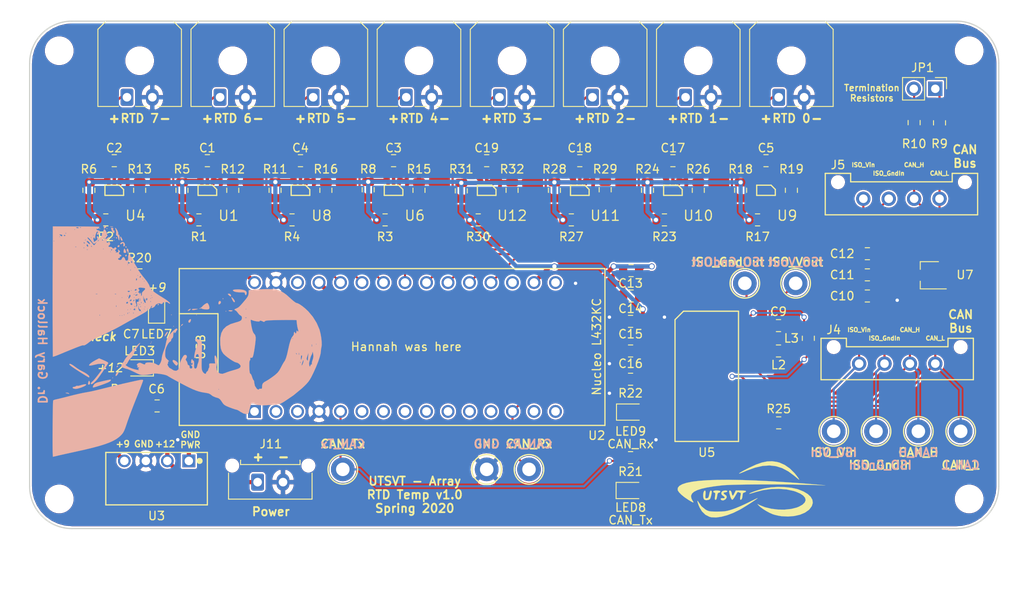
<source format=kicad_pcb>
(kicad_pcb (version 20171130) (host pcbnew "(5.1.5)-3")
  (title_block (title "UT SVT MPPT 2018") (date 2018-10-31) (rev Rev1.2+) (company "UT Solar Vehicle Team") (comment 1 "See Schematic Rev3.1+."))
  (layers (0 F.Cu signal) (31 B.Cu signal) (34 B.Paste user) (35 F.Paste user) (36 B.SilkS user) (37 F.SilkS user) (38 B.Mask user) (39 F.Mask user) (44 Edge.Cuts user))
  (net 0 "")
  (net 1 GNDPWR)
  (net 2 +9VA)
  (net 3 "Net-(C9-Pad1)")
  (net 4 "Net-(C9-Pad2)")
  (net 5 "Net-(C10-Pad1)")
  (net 6 "Net-(C10-Pad2)")
  (net 7 +5V)
  (net 8 +3V3)
  (net 9 "Net-(J4-Pad4)")
  (net 10 "Net-(J4-Pad3)")
  (net 11 /CAN_Tx)
  (net 12 /CAN_Rx)
  (net 13 "Net-(U2-Pad1)")
  (net 14 "Net-(U2-Pad2)")
  (net 15 "Net-(U2-Pad10)")
  (net 16 "Net-(U2-Pad11)")
  (net 17 "Net-(U2-Pad12)")
  (net 18 "Net-(U2-Pad16)")
  (net 19 "Net-(U2-Pad18)")
  (net 20 "Net-(U5-Pad6)")
  (net 21 "Net-(U5-Pad8)")
  (net 22 "Net-(U5-Pad9)")
  (net 23 "Net-(U5-Pad17)")
  (net 24 "Net-(R25-Pad1)")
  (net 25 "Net-(R23-Pad1)")
  (net 26 GND)
  (net 27 "Net-(J1-Pad1)")
  (net 28 "Net-(J2-Pad1)")
  (net 29 "Net-(J3-Pad1)")
  (net 30 "Net-(J6-Pad1)")
  (net 31 "Net-(J7-Pad1)")
  (net 32 "Net-(J8-Pad1)")
  (net 33 "Net-(J9-Pad1)")
  (net 34 "Net-(J10-Pad1)")
  (net 35 "Net-(R1-Pad1)")
  (net 36 "Net-(R13-Pad2)")
  (net 37 "Net-(R15-Pad2)")
  (net 38 "Net-(R16-Pad2)")
  (net 39 "Net-(R17-Pad1)")
  (net 40 "Net-(R27-Pad1)")
  (net 41 "Net-(R30-Pad1)")
  (net 42 /RTD6)
  (net 43 /RTD7)
  (net 44 /RTD5)
  (net 45 /RTD4)
  (net 46 /RTD3)
  (net 47 /RTD2)
  (net 48 /RTD1)
  (net 49 /RTD0)
  (net 50 "Net-(U2-Pad15)")
  (net 51 "Net-(U2-Pad14)")
  (net 52 +12V)
  (net 53 "Net-(JP1-Pad2)")
  (net 54 "Net-(JP1-Pad1)")
  (net 55 "Net-(LED3-Pad2)")
  (net 56 GNDREF)
  (net 57 "Net-(LED7-Pad2)")
  (net 58 "Net-(LED8-Pad2)")
  (net 59 "Net-(LED9-Pad2)")
  (net 60 "Net-(U2-Pad28)")
  (net 61 "Net-(U2-Pad3)")
  (net 62 "Net-(U2-Pad9)")
  (net 63 "Net-(U2-Pad8)")
  (net 64 "Net-(U2-Pad7)")
  (net 65 "Net-(U2-Pad6)")
  (module UTSVT_Special:Hallock_Image (layer B.Cu) (at 121.55 89.215 90)
    (fp_text reference G*** hide)
    (fp_text value LOGO hide)
  )
  (module UTSVT_Special:UTSVT_Logo_Symbol (layer F.Cu) (at 187.55 105.715)
    (fp_text reference G*** hide)
    (fp_text value LOGO hide)
  )
  (module UTSVT_Special:NucleoL432KC (layer F.Cu) (at 146.9 88.746)
    (fp_text reference U2 (at 22.65 10.469 180) (layer F.SilkS))
    (fp_text value Nucleo_L432KC)
    (fp_text user "Nucleo L432KC" (at 22.65 -0.031 90) (layer F.SilkS))
    (fp_text user USB (at -24.13 0 90) (layer F.SilkS))
    (pad 30 thru_hole circle (at -17.78 -7.62) (size 1.524 1.524) (drill 1.02108) (layers *.Cu *.Mask) (net 2 +9VA))
    (pad 29 thru_hole circle (at -15.24 -7.62) (size 1.524 1.524) (drill 1.02108) (layers *.Cu *.Mask) (net 26 GND))
    (pad 28 thru_hole circle (at -12.7 -7.62) (size 1.524 1.524) (drill 1.02108) (layers *.Cu *.Mask) (net 60 "Net-(U2-Pad28)"))
    (pad 27 thru_hole circle (at -10.16 -7.62) (size 1.524 1.524) (drill 1.02108) (layers *.Cu *.Mask) (net 7 +5V))
    (pad 26 thru_hole circle (at -7.62 -7.62) (size 1.524 1.524) (drill 1.02108) (layers *.Cu *.Mask) (net 43 /RTD7))
    (pad 25 thru_hole circle (at -5.08 -7.62) (size 1.524 1.524) (drill 1.02108) (layers *.Cu *.Mask) (net 42 /RTD6))
    (pad 24 thru_hole circle (at -2.54 -7.62) (size 1.524 1.524) (drill 1.02108) (layers *.Cu *.Mask) (net 44 /RTD5))
    (pad 23 thru_hole circle (at 0 -7.62) (size 1.524 1.524) (drill 1.02108) (layers *.Cu *.Mask) (net 45 /RTD4))
    (pad 22 thru_hole circle (at 2.54 -7.62) (size 1.524 1.524) (drill 1.02108) (layers *.Cu *.Mask) (net 46 /RTD3))
    (pad 21 thru_hole circle (at 5.08 -7.62) (size 1.524 1.524) (drill 1.02108) (layers *.Cu *.Mask) (net 47 /RTD2))
    (pad 20 thru_hole circle (at 7.62 -7.62) (size 1.524 1.524) (drill 1.02108) (layers *.Cu *.Mask) (net 48 /RTD1))
    (pad 19 thru_hole circle (at 10.16 -7.62) (size 1.524 1.524) (drill 1.02108) (layers *.Cu *.Mask) (net 49 /RTD0))
    (pad 18 thru_hole circle (at 12.7 -7.62) (size 1.524 1.524) (drill 1.02108) (layers *.Cu *.Mask) (net 19 "Net-(U2-Pad18)"))
    (pad 17 thru_hole circle (at 15.24 -7.62) (size 1.524 1.524) (drill 1.02108) (layers *.Cu *.Mask) (net 8 +3V3))
    (pad 16 thru_hole circle (at 17.78 -7.62) (size 1.524 1.524) (drill 1.02108) (layers *.Cu *.Mask) (net 18 "Net-(U2-Pad16)"))
    (pad 15 thru_hole circle (at 17.78 7.62) (size 1.524 1.524) (drill 1.02108) (layers *.Cu *.Mask) (net 50 "Net-(U2-Pad15)"))
    (pad 14 thru_hole circle (at 15.24 7.62) (size 1.524 1.524) (drill 1.02108) (layers *.Cu *.Mask) (net 51 "Net-(U2-Pad14)"))
    (pad 13 thru_hole circle (at 12.7 7.62) (size 1.524 1.524) (drill 1.02108) (layers *.Cu *.Mask) (net 12 /CAN_Rx))
    (pad 12 thru_hole circle (at 10.16 7.62) (size 1.524 1.524) (drill 1.02108) (layers *.Cu *.Mask) (net 17 "Net-(U2-Pad12)"))
    (pad 11 thru_hole circle (at 7.62 7.62) (size 1.524 1.524) (drill 1.02108) (layers *.Cu *.Mask) (net 16 "Net-(U2-Pad11)"))
    (pad 10 thru_hole circle (at 5.08 7.62) (size 1.524 1.524) (drill 1.02108) (layers *.Cu *.Mask) (net 15 "Net-(U2-Pad10)"))
    (pad 9 thru_hole circle (at 2.54 7.62) (size 1.524 1.524) (drill 1.02108) (layers *.Cu *.Mask) (net 62 "Net-(U2-Pad9)"))
    (pad 8 thru_hole circle (at 0 7.62) (size 1.524 1.524) (drill 1.02108) (layers *.Cu *.Mask) (net 63 "Net-(U2-Pad8)"))
    (pad 7 thru_hole circle (at -2.54 7.62) (size 1.524 1.524) (drill 1.02108) (layers *.Cu *.Mask) (net 64 "Net-(U2-Pad7)"))
    (pad 6 thru_hole circle (at -5.08 7.62) (size 1.524 1.524) (drill 1.02108) (layers *.Cu *.Mask) (net 65 "Net-(U2-Pad6)"))
    (pad 5 thru_hole circle (at -7.62 7.62) (size 1.524 1.524) (drill 1.02108) (layers *.Cu *.Mask) (net 11 /CAN_Tx))
    (pad 4 thru_hole circle (at -10.16 7.62) (size 1.524 1.524) (drill 1.02108) (layers *.Cu *.Mask) (net 26 GND))
    (pad 3 thru_hole circle (at -12.7 7.62) (size 1.524 1.524) (drill 1.02108) (layers *.Cu *.Mask) (net 61 "Net-(U2-Pad3)"))
    (pad 2 thru_hole circle (at -15.24 7.62) (size 1.524 1.524) (drill 1.02108) (layers *.Cu *.Mask) (net 14 "Net-(U2-Pad2)"))
    (pad 1 thru_hole rect (at -17.78 7.62) (size 1.524 1.524) (drill 1.02108) (layers *.Cu *.Mask) (net 13 "Net-(U2-Pad1)"))
  )
  (module UTSVT_Connectors:Molex_MicroFit3.0_1x4xP3.00mm_PolarizingPeg_Vertical (layer F.Cu) (at 201.05 71.215)
    (fp_text reference J5 (at -3 -4) (layer F.SilkS))
    (fp_text value CAN_Out)
    (pad 4 thru_hole circle (at 9 0) (size 1.7 1.7) (drill 1.02) (layers *.Cu *.Mask) (net 9 "Net-(J4-Pad4)"))
    (pad "" np_thru_hole circle (at 12 -1.96) (size 1.27 1.27) (drill 1.27) (layers *.Cu *.Mask))
    (pad 1 thru_hole circle (at 0 0) (size 1.7 1.7) (drill 1.02) (layers *.Cu *.Mask) (net 5 "Net-(C10-Pad1)"))
    (pad 2 thru_hole circle (at 3 0) (size 1.7 1.7) (drill 1.02) (layers *.Cu *.Mask) (net 6 "Net-(C10-Pad2)"))
    (pad 3 thru_hole circle (at 6 0) (size 1.7 1.7) (drill 1.02) (layers *.Cu *.Mask) (net 10 "Net-(J4-Pad3)"))
    (pad "" np_thru_hole circle (at -3 -1.96) (size 1.27 1.27) (drill 1.27) (layers *.Cu *.Mask))
  )
  (module Package_TO_SOT_SMD:SOT-23W_Handsoldering (layer F.Cu) (at 208.85 80.265 180)
    (fp_text reference U7 (at -4.2 0.05) (layer F.SilkS))
    (fp_text value CDSOT23-T24CAN)
    (pad 1 smd rect (at -1.7 -0.95 180) (size 2 0.7) (layers F.Cu F.Paste F.Mask) (net 10 "Net-(J4-Pad3)"))
    (pad 2 smd rect (at -1.7 0.95 180) (size 2 0.7) (layers F.Cu F.Paste F.Mask) (net 9 "Net-(J4-Pad4)"))
    (pad 3 smd rect (at 1.7 0 180) (size 2 0.7) (layers F.Cu F.Paste F.Mask) (net 6 "Net-(C10-Pad2)"))
  )
  (module TestPoint:TestPoint_Keystone_5005-5009_Compact (layer F.Cu) (at 156.55 103.215)
    (fp_text reference TP26 hide)
    (fp_text value GND)
    (pad 1 thru_hole circle (at 0 0) (size 2.8 2.8) (drill 1.6) (layers *.Cu *.Mask) (net 26 GND))
  )
  (module TestPoint:TestPoint_Keystone_5005-5009_Compact (layer F.Cu) (at 212.55 98.715)
    (fp_text reference TP22 hide)
    (fp_text value CAN_L)
    (pad 1 thru_hole circle (at 0 0) (size 2.8 2.8) (drill 1.6) (layers *.Cu *.Mask) (net 9 "Net-(J4-Pad4)"))
  )
  (module TestPoint:TestPoint_Keystone_5005-5009_Compact (layer F.Cu) (at 207.55 98.715)
    (fp_text reference TP21 hide)
    (fp_text value CAN_H)
    (pad 1 thru_hole circle (at 0 0) (size 2.8 2.8) (drill 1.6) (layers *.Cu *.Mask) (net 10 "Net-(J4-Pad3)"))
  )
  (module TestPoint:TestPoint_Keystone_5005-5009_Compact (layer F.Cu) (at 161.55 103.215)
    (fp_text reference TP20 hide)
    (fp_text value CAN_Rx)
    (pad 1 thru_hole circle (at 0 0) (size 2.8 2.8) (drill 1.6) (layers *.Cu *.Mask) (net 12 /CAN_Rx))
  )
  (module TestPoint:TestPoint_Keystone_5005-5009_Compact (layer F.Cu) (at 139.55 103.215)
    (fp_text reference TP19 hide)
    (fp_text value CAN_Tx)
    (pad 1 thru_hole circle (at 0 0) (size 2.8 2.8) (drill 1.6) (layers *.Cu *.Mask) (net 11 /CAN_Tx))
  )
  (module TestPoint:TestPoint_Keystone_5005-5009_Compact (layer F.Cu) (at 187.05 81.215 270)
    (fp_text reference TP16 hide)
    (fp_text value CAN_ISO_GndOut)
    (pad 1 thru_hole circle (at 0 0 270) (size 2.8 2.8) (drill 1.6) (layers *.Cu *.Mask) (net 4 "Net-(C9-Pad2)"))
  )
  (module TestPoint:TestPoint_Keystone_5005-5009_Compact (layer F.Cu) (at 202.55 98.715)
    (fp_text reference TP15 hide)
    (fp_text value CAN_ISO_GndIn)
    (pad 1 thru_hole circle (at 0 0) (size 2.8 2.8) (drill 1.6) (layers *.Cu *.Mask) (net 6 "Net-(C10-Pad2)"))
  )
  (module TestPoint:TestPoint_Keystone_5005-5009_Compact (layer F.Cu) (at 197.55 98.715)
    (fp_text reference TP14 hide)
    (fp_text value CAN_ISO_Vin)
    (pad 1 thru_hole circle (at 0 0) (size 2.8 2.8) (drill 1.6) (layers *.Cu *.Mask) (net 5 "Net-(C10-Pad1)"))
  )
  (module TestPoint:TestPoint_Keystone_5005-5009_Compact (layer F.Cu) (at 193.05 81.215 270)
    (fp_text reference TP13 hide)
    (fp_text value CAN_ISO_Vout)
    (pad 1 thru_hole circle (at 0 0 270) (size 2.8 2.8) (drill 1.6) (layers *.Cu *.Mask) (net 3 "Net-(C9-Pad1)"))
  )
  (module Connector_PinHeader_2.54mm:PinHeader_1x02_P2.54mm_Vertical (layer F.Cu) (at 209.55 58.215 270)
    (fp_text reference JP1 (at -2.5 1.5 180) (layer F.SilkS))
    (fp_text value "Termination Resistors")
    (pad 1 thru_hole rect (at 0 0 270) (size 1.7 1.7) (drill 1) (layers *.Cu *.Mask) (net 54 "Net-(JP1-Pad1)"))
    (pad 2 thru_hole oval (at 0 2.54 270) (size 1.7 1.7) (drill 1) (layers *.Cu *.Mask) (net 53 "Net-(JP1-Pad2)"))
  )
  (module Capacitor_SMD:C_0805_2012Metric (layer F.Cu) (at 173.55 89.215 180)
    (fp_text reference C16 (at 0 -1.5) (layer F.SilkS))
    (fp_text value 0.01u)
    (pad 2 smd roundrect (at 0.9375 0 180) (size 0.975 1.4) (layers F.Cu F.Paste F.Mask) (net 26 GND))
    (pad 1 smd roundrect (at -0.9375 0 180) (size 0.975 1.4) (layers F.Cu F.Paste F.Mask) (net 8 +3V3))
  )
  (module Capacitor_SMD:C_0805_2012Metric (layer F.Cu) (at 173.5475 85.715 180)
    (fp_text reference C15 (at -0.0025 -1.5) (layer F.SilkS))
    (fp_text value 0.1u)
    (pad 2 smd roundrect (at 0.9375 0 180) (size 0.975 1.4) (layers F.Cu F.Paste F.Mask) (net 26 GND))
    (pad 1 smd roundrect (at -0.9375 0 180) (size 0.975 1.4) (layers F.Cu F.Paste F.Mask) (net 8 +3V3))
  )
  (module Capacitor_SMD:C_0805_2012Metric (layer F.Cu) (at 173.6125 82.715 180)
    (fp_text reference C14 (at 0.0625 -1.5) (layer F.SilkS))
    (fp_text value 0.1u)
    (pad 2 smd roundrect (at 0.9375 0 180) (size 0.975 1.4) (layers F.Cu F.Paste F.Mask) (net 26 GND))
    (pad 1 smd roundrect (at -0.9375 0 180) (size 0.975 1.4) (layers F.Cu F.Paste F.Mask) (net 7 +5V))
  )
  (module Capacitor_SMD:C_0805_2012Metric (layer F.Cu) (at 173.6125 79.715 180)
    (fp_text reference C13 (at 0.0625 -1.5) (layer F.SilkS))
    (fp_text value 10u)
    (pad 2 smd roundrect (at 0.9375 0 180) (size 0.975 1.4) (layers F.Cu F.Paste F.Mask) (net 26 GND))
    (pad 1 smd roundrect (at -0.9375 0 180) (size 0.975 1.4) (layers F.Cu F.Paste F.Mask) (net 7 +5V))
  )
  (module UTSVT_ICs:PDSx-S (layer F.Cu) (at 117.55 102.215 180)
    (fp_text reference U3 (at 0 -6.5) (layer F.SilkS))
    (fp_text value PDS1-Sx-Sx)
    (pad 4 thru_hole circle (at 3.81 0 180) (size 1.508 1.508) (drill 1) (layers *.Cu *.Mask) (net 2 +9VA))
    (pad 3 thru_hole circle (at 1.27 0 180) (size 1.508 1.508) (drill 1) (layers *.Cu *.Mask) (net 26 GND))
    (pad 2 thru_hole circle (at -1.27 0 180) (size 1.508 1.508) (drill 1) (layers *.Cu *.Mask) (net 52 +12V))
    (pad 1 thru_hole rect (at -3.81 0 270) (size 1.508 1.524) (drill 1) (layers *.Cu *.Mask) (net 1 GNDPWR))
  )
  (module MountingHole:MountingHole_3mm (layer F.Cu) (at 213.55 106.715)
    (fp_text reference H4 hide)
    (fp_text value MountingHole)
    (pad 1 np_thru_hole circle (at 0 0) (size 3 3) (drill 3) (layers *.Cu *.Mask))
  )
  (module MountingHole:MountingHole_3mm (layer F.Cu) (at 106.05 106.715)
    (fp_text reference H3 hide)
    (fp_text value MountingHole)
    (pad 1 np_thru_hole circle (at 0 0) (size 3 3) (drill 3) (layers *.Cu *.Mask))
  )
  (module MountingHole:MountingHole_3mm (layer F.Cu) (at 213.55 53.715)
    (fp_text reference H2 hide)
    (fp_text value MountingHole)
    (pad 1 np_thru_hole circle (at 0 0) (size 3 3) (drill 3) (layers *.Cu *.Mask))
  )
  (module MountingHole:MountingHole_3mm (layer F.Cu) (at 106.05 53.715)
    (fp_text reference H1 hide)
    (fp_text value MountingHole)
    (pad 1 np_thru_hole circle (at 0 0) (size 3 3) (drill 3) (layers *.Cu *.Mask))
  )
  (module Capacitor_SMD:C_0805_2012Metric (layer F.Cu) (at 114.55 84.215 270)
    (fp_text reference C7 (at 3 0 180) (layer F.SilkS))
    (fp_text value 4.7u)
    (pad 2 smd roundrect (at 0.9375 0 270) (size 0.975 1.4) (layers F.Cu F.Paste F.Mask) (net 26 GND))
    (pad 1 smd roundrect (at -0.9375 0 270) (size 0.975 1.4) (layers F.Cu F.Paste F.Mask) (net 2 +9VA))
  )
  (module Capacitor_SMD:C_0805_2012Metric (layer F.Cu) (at 117.6125 95.715)
    (fp_text reference C6 (at -0.0625 -2) (layer F.SilkS))
    (fp_text value 2.2u)
    (pad 2 smd roundrect (at 0.9375 0) (size 0.975 1.4) (layers F.Cu F.Paste F.Mask) (net 1 GNDPWR))
    (pad 1 smd roundrect (at -0.9375 0) (size 0.975 1.4) (layers F.Cu F.Paste F.Mask) (net 52 +12V))
  )
  (module UTSVT_ICs:SOIC-6_1.40x2.15mm_Pitch0.65mm (layer F.Cu) (at 156.55 70.215 180)
    (fp_text reference U12 (at -3 -3 180) (layer F.SilkS) (effects (font (size 1.2 1.2))))
    (fp_text value INA21x)
    (pad 3 smd rect (at 0.65 1.1 180) (size 0.4 1) (layers F.Cu F.Paste F.Mask) (net 8 +3V3))
    (pad 4 smd rect (at 0.65 -1.1 180) (size 0.4 1) (layers F.Cu F.Paste F.Mask) (net 34 "Net-(J10-Pad1)"))
    (pad 2 smd rect (at 0 1.1 180) (size 0.4 1) (layers F.Cu F.Paste F.Mask) (net 26 GND))
    (pad 5 smd rect (at 0 -1.1 180) (size 0.4 1) (layers F.Cu F.Paste F.Mask) (net 41 "Net-(R30-Pad1)"))
    (pad 1 smd rect (at -0.65 1.1 180) (size 0.4 1) (layers F.Cu F.Paste F.Mask) (net 26 GND))
    (pad 6 smd rect (at -0.65 -1.1 180) (size 0.4 1) (layers F.Cu F.Paste F.Mask) (net 46 /RTD3))
  )
  (module UTSVT_ICs:SOIC-6_1.40x2.15mm_Pitch0.65mm (layer F.Cu) (at 167.55 70.215 180)
    (fp_text reference U11 (at -3 -3 180) (layer F.SilkS) (effects (font (size 1.2 1.2))))
    (fp_text value INA21x)
    (pad 3 smd rect (at 0.65 1.1 180) (size 0.4 1) (layers F.Cu F.Paste F.Mask) (net 8 +3V3))
    (pad 4 smd rect (at 0.65 -1.1 180) (size 0.4 1) (layers F.Cu F.Paste F.Mask) (net 33 "Net-(J9-Pad1)"))
    (pad 2 smd rect (at 0 1.1 180) (size 0.4 1) (layers F.Cu F.Paste F.Mask) (net 26 GND))
    (pad 5 smd rect (at 0 -1.1 180) (size 0.4 1) (layers F.Cu F.Paste F.Mask) (net 40 "Net-(R27-Pad1)"))
    (pad 1 smd rect (at -0.65 1.1 180) (size 0.4 1) (layers F.Cu F.Paste F.Mask) (net 26 GND))
    (pad 6 smd rect (at -0.65 -1.1 180) (size 0.4 1) (layers F.Cu F.Paste F.Mask) (net 47 /RTD2))
  )
  (module UTSVT_ICs:SOIC-6_1.40x2.15mm_Pitch0.65mm (layer F.Cu) (at 178.55 70.215 180)
    (fp_text reference U10 (at -3 -3 180) (layer F.SilkS) (effects (font (size 1.2 1.2))))
    (fp_text value INA21x)
    (pad 3 smd rect (at 0.65 1.1 180) (size 0.4 1) (layers F.Cu F.Paste F.Mask) (net 8 +3V3))
    (pad 4 smd rect (at 0.65 -1.1 180) (size 0.4 1) (layers F.Cu F.Paste F.Mask) (net 32 "Net-(J8-Pad1)"))
    (pad 2 smd rect (at 0 1.1 180) (size 0.4 1) (layers F.Cu F.Paste F.Mask) (net 26 GND))
    (pad 5 smd rect (at 0 -1.1 180) (size 0.4 1) (layers F.Cu F.Paste F.Mask) (net 25 "Net-(R23-Pad1)"))
    (pad 1 smd rect (at -0.65 1.1 180) (size 0.4 1) (layers F.Cu F.Paste F.Mask) (net 26 GND))
    (pad 6 smd rect (at -0.65 -1.1 180) (size 0.4 1) (layers F.Cu F.Paste F.Mask) (net 48 /RTD1))
  )
  (module UTSVT_ICs:SOIC-6_1.40x2.15mm_Pitch0.65mm (layer F.Cu) (at 189.55 70.215 180)
    (fp_text reference U9 (at -2.5 -3 180) (layer F.SilkS) (effects (font (size 1.2 1.2))))
    (fp_text value INA21x)
    (pad 3 smd rect (at 0.65 1.1 180) (size 0.4 1) (layers F.Cu F.Paste F.Mask) (net 8 +3V3))
    (pad 4 smd rect (at 0.65 -1.1 180) (size 0.4 1) (layers F.Cu F.Paste F.Mask) (net 31 "Net-(J7-Pad1)"))
    (pad 2 smd rect (at 0 1.1 180) (size 0.4 1) (layers F.Cu F.Paste F.Mask) (net 26 GND))
    (pad 5 smd rect (at 0 -1.1 180) (size 0.4 1) (layers F.Cu F.Paste F.Mask) (net 39 "Net-(R17-Pad1)"))
    (pad 1 smd rect (at -0.65 1.1 180) (size 0.4 1) (layers F.Cu F.Paste F.Mask) (net 26 GND))
    (pad 6 smd rect (at -0.65 -1.1 180) (size 0.4 1) (layers F.Cu F.Paste F.Mask) (net 49 /RTD0))
  )
  (module UTSVT_ICs:SOIC-6_1.40x2.15mm_Pitch0.65mm (layer F.Cu) (at 134.55 70.215 180)
    (fp_text reference U8 (at -2.5 -3 180) (layer F.SilkS) (effects (font (size 1.2 1.2))))
    (fp_text value INA21x)
    (pad 3 smd rect (at 0.65 1.1 180) (size 0.4 1) (layers F.Cu F.Paste F.Mask) (net 8 +3V3))
    (pad 4 smd rect (at 0.65 -1.1 180) (size 0.4 1) (layers F.Cu F.Paste F.Mask) (net 30 "Net-(J6-Pad1)"))
    (pad 2 smd rect (at 0 1.1 180) (size 0.4 1) (layers F.Cu F.Paste F.Mask) (net 26 GND))
    (pad 5 smd rect (at 0 -1.1 180) (size 0.4 1) (layers F.Cu F.Paste F.Mask) (net 38 "Net-(R16-Pad2)"))
    (pad 1 smd rect (at -0.65 1.1 180) (size 0.4 1) (layers F.Cu F.Paste F.Mask) (net 26 GND))
    (pad 6 smd rect (at -0.65 -1.1 180) (size 0.4 1) (layers F.Cu F.Paste F.Mask) (net 44 /RTD5))
  )
  (module UTSVT_ICs:SOIC-6_1.40x2.15mm_Pitch0.65mm (layer F.Cu) (at 145.55 70.215 180)
    (fp_text reference U6 (at -2.5 -3 180) (layer F.SilkS) (effects (font (size 1.2 1.2))))
    (fp_text value INA21x)
    (pad 3 smd rect (at 0.65 1.1 180) (size 0.4 1) (layers F.Cu F.Paste F.Mask) (net 8 +3V3))
    (pad 4 smd rect (at 0.65 -1.1 180) (size 0.4 1) (layers F.Cu F.Paste F.Mask) (net 29 "Net-(J3-Pad1)"))
    (pad 2 smd rect (at 0 1.1 180) (size 0.4 1) (layers F.Cu F.Paste F.Mask) (net 26 GND))
    (pad 5 smd rect (at 0 -1.1 180) (size 0.4 1) (layers F.Cu F.Paste F.Mask) (net 37 "Net-(R15-Pad2)"))
    (pad 1 smd rect (at -0.65 1.1 180) (size 0.4 1) (layers F.Cu F.Paste F.Mask) (net 26 GND))
    (pad 6 smd rect (at -0.65 -1.1 180) (size 0.4 1) (layers F.Cu F.Paste F.Mask) (net 45 /RTD4))
  )
  (module UTSVT_ICs:SOIC-20W_7.5x15.4mm_Pitch1.27mm (layer F.Cu) (at 182.55 92.215)
    (fp_text reference U5 (at 0 9) (layer F.SilkS))
    (fp_text value ADM3055E)
    (pad 20 smd rect (at 4.7 -5.715) (size 1.95 0.6) (layers F.Cu F.Paste F.Mask) (net 4 "Net-(C9-Pad2)"))
    (pad 19 smd rect (at 4.7 -4.445) (size 1.95 0.6) (layers F.Cu F.Paste F.Mask) (net 3 "Net-(C9-Pad1)"))
    (pad 18 smd rect (at 4.7 -3.175) (size 1.95 0.6) (layers F.Cu F.Paste F.Mask) (net 4 "Net-(C9-Pad2)"))
    (pad 17 smd rect (at 4.7 -1.905) (size 1.95 0.6) (layers F.Cu F.Paste F.Mask) (net 23 "Net-(U5-Pad17)"))
    (pad 16 smd rect (at 4.7 -0.635) (size 1.95 0.6) (layers F.Cu F.Paste F.Mask) (net 5 "Net-(C10-Pad1)"))
    (pad 15 smd rect (at 4.7 0.635) (size 1.95 0.6) (layers F.Cu F.Paste F.Mask) (net 6 "Net-(C10-Pad2)"))
    (pad 14 smd rect (at 4.7 1.905) (size 1.95 0.6) (layers F.Cu F.Paste F.Mask) (net 10 "Net-(J4-Pad3)"))
    (pad 13 smd rect (at 4.7 3.175) (size 1.95 0.6) (layers F.Cu F.Paste F.Mask) (net 9 "Net-(J4-Pad4)"))
    (pad 12 smd rect (at 4.7 4.445) (size 1.95 0.6) (layers F.Cu F.Paste F.Mask) (net 24 "Net-(R25-Pad1)"))
    (pad 11 smd rect (at 4.7 5.715) (size 1.95 0.6) (layers F.Cu F.Paste F.Mask) (net 6 "Net-(C10-Pad2)"))
    (pad 10 smd rect (at -4.7 5.715) (size 1.95 0.6) (layers F.Cu F.Paste F.Mask) (net 26 GND))
    (pad 9 smd rect (at -4.7 4.445) (size 1.95 0.6) (layers F.Cu F.Paste F.Mask) (net 22 "Net-(U5-Pad9)"))
    (pad 8 smd rect (at -4.7 3.175) (size 1.95 0.6) (layers F.Cu F.Paste F.Mask) (net 21 "Net-(U5-Pad8)"))
    (pad 7 smd rect (at -4.7 1.905) (size 1.95 0.6) (layers F.Cu F.Paste F.Mask) (net 11 /CAN_Tx))
    (pad 6 smd rect (at -4.7 0.635) (size 1.95 0.6) (layers F.Cu F.Paste F.Mask) (net 20 "Net-(U5-Pad6)"))
    (pad 5 smd rect (at -4.7 -0.635) (size 1.95 0.6) (layers F.Cu F.Paste F.Mask) (net 12 /CAN_Rx))
    (pad 4 smd rect (at -4.7 -1.905) (size 1.95 0.6) (layers F.Cu F.Paste F.Mask) (net 8 +3V3))
    (pad 3 smd rect (at -4.7 -3.175) (size 1.95 0.6) (layers F.Cu F.Paste F.Mask) (net 7 +5V))
    (pad 2 smd rect (at -4.7 -4.445) (size 1.95 0.6) (layers F.Cu F.Paste F.Mask) (net 26 GND))
    (pad 1 smd rect (at -4.7 -5.715) (size 1.95 0.6) (layers F.Cu F.Paste F.Mask) (net 26 GND))
  )
  (module UTSVT_ICs:SOIC-6_1.40x2.15mm_Pitch0.65mm (layer F.Cu) (at 112.55 70.215 180)
    (fp_text reference U4 (at -2.5 -3 180) (layer F.SilkS) (effects (font (size 1.2 1.2))))
    (fp_text value INA21x)
    (pad 6 smd rect (at -0.65 -1.1 180) (size 0.4 1) (layers F.Cu F.Paste F.Mask) (net 43 /RTD7))
    (pad 1 smd rect (at -0.65 1.1 180) (size 0.4 1) (layers F.Cu F.Paste F.Mask) (net 26 GND))
    (pad 5 smd rect (at 0 -1.1 180) (size 0.4 1) (layers F.Cu F.Paste F.Mask) (net 36 "Net-(R13-Pad2)"))
    (pad 2 smd rect (at 0 1.1 180) (size 0.4 1) (layers F.Cu F.Paste F.Mask) (net 26 GND))
    (pad 4 smd rect (at 0.65 -1.1 180) (size 0.4 1) (layers F.Cu F.Paste F.Mask) (net 28 "Net-(J2-Pad1)"))
    (pad 3 smd rect (at 0.65 1.1 180) (size 0.4 1) (layers F.Cu F.Paste F.Mask) (net 8 +3V3))
  )
  (module UTSVT_ICs:SOIC-6_1.40x2.15mm_Pitch0.65mm (layer F.Cu) (at 123.55 70.215 180)
    (fp_text reference U1 (at -2.5 -3 180) (layer F.SilkS) (effects (font (size 1.2 1.2))))
    (fp_text value INA21x)
    (pad 3 smd rect (at 0.65 1.1 180) (size 0.4 1) (layers F.Cu F.Paste F.Mask) (net 8 +3V3))
    (pad 4 smd rect (at 0.65 -1.1 180) (size 0.4 1) (layers F.Cu F.Paste F.Mask) (net 27 "Net-(J1-Pad1)"))
    (pad 2 smd rect (at 0 1.1 180) (size 0.4 1) (layers F.Cu F.Paste F.Mask) (net 26 GND))
    (pad 5 smd rect (at 0 -1.1 180) (size 0.4 1) (layers F.Cu F.Paste F.Mask) (net 35 "Net-(R1-Pad1)"))
    (pad 1 smd rect (at -0.65 1.1 180) (size 0.4 1) (layers F.Cu F.Paste F.Mask) (net 26 GND))
    (pad 6 smd rect (at -0.65 -1.1 180) (size 0.4 1) (layers F.Cu F.Paste F.Mask) (net 42 /RTD6))
  )
  (module Resistor_SMD:R_0805_2012Metric (layer F.Cu) (at 159.55 70.215 270)
    (fp_text reference R32 (at -2.5 0 180) (layer F.SilkS))
    (fp_text value 100)
    (pad 2 smd roundrect (at 0.9375 0 270) (size 0.975 1.4) (layers F.Cu F.Paste F.Mask) (net 41 "Net-(R30-Pad1)"))
    (pad 1 smd roundrect (at -0.9375 0 270) (size 0.975 1.4) (layers F.Cu F.Paste F.Mask) (net 26 GND))
  )
  (module Resistor_SMD:R_0805_2012Metric (layer F.Cu) (at 153.55 70.2775 90)
    (fp_text reference R31 (at 2.5625 0 180) (layer F.SilkS))
    (fp_text value 3.3k)
    (pad 2 smd roundrect (at 0.9375 0 90) (size 0.975 1.4) (layers F.Cu F.Paste F.Mask) (net 8 +3V3))
    (pad 1 smd roundrect (at -0.9375 0 90) (size 0.975 1.4) (layers F.Cu F.Paste F.Mask) (net 34 "Net-(J10-Pad1)"))
  )
  (module Resistor_SMD:R_0805_2012Metric (layer F.Cu) (at 155.55 73.715 180)
    (fp_text reference R30 (at 0 -2) (layer F.SilkS))
    (fp_text value 3.3k)
    (pad 2 smd roundrect (at 0.9375 0 180) (size 0.975 1.4) (layers F.Cu F.Paste F.Mask) (net 8 +3V3))
    (pad 1 smd roundrect (at -0.9375 0 180) (size 0.975 1.4) (layers F.Cu F.Paste F.Mask) (net 41 "Net-(R30-Pad1)"))
  )
  (module Resistor_SMD:R_0805_2012Metric (layer F.Cu) (at 170.55 70.1525 270)
    (fp_text reference R29 (at -2.4375 0 180) (layer F.SilkS))
    (fp_text value 100)
    (pad 2 smd roundrect (at 0.9375 0 270) (size 0.975 1.4) (layers F.Cu F.Paste F.Mask) (net 40 "Net-(R27-Pad1)"))
    (pad 1 smd roundrect (at -0.9375 0 270) (size 0.975 1.4) (layers F.Cu F.Paste F.Mask) (net 26 GND))
  )
  (module Resistor_SMD:R_0805_2012Metric (layer F.Cu) (at 164.55 70.215 90)
    (fp_text reference R28 (at 2.5 0 180) (layer F.SilkS))
    (fp_text value 3.3k)
    (pad 2 smd roundrect (at 0.9375 0 90) (size 0.975 1.4) (layers F.Cu F.Paste F.Mask) (net 8 +3V3))
    (pad 1 smd roundrect (at -0.9375 0 90) (size 0.975 1.4) (layers F.Cu F.Paste F.Mask) (net 33 "Net-(J9-Pad1)"))
  )
  (module Resistor_SMD:R_0805_2012Metric (layer F.Cu) (at 166.55 73.715 180)
    (fp_text reference R27 (at 0 -2) (layer F.SilkS))
    (fp_text value 3.3k)
    (pad 2 smd roundrect (at 0.9375 0 180) (size 0.975 1.4) (layers F.Cu F.Paste F.Mask) (net 8 +3V3))
    (pad 1 smd roundrect (at -0.9375 0 180) (size 0.975 1.4) (layers F.Cu F.Paste F.Mask) (net 40 "Net-(R27-Pad1)"))
  )
  (module Resistor_SMD:R_0805_2012Metric (layer F.Cu) (at 181.55 70.215 270)
    (fp_text reference R26 (at -2.5 0 180) (layer F.SilkS))
    (fp_text value 100)
    (pad 2 smd roundrect (at 0.9375 0 270) (size 0.975 1.4) (layers F.Cu F.Paste F.Mask) (net 25 "Net-(R23-Pad1)"))
    (pad 1 smd roundrect (at -0.9375 0 270) (size 0.975 1.4) (layers F.Cu F.Paste F.Mask) (net 26 GND))
  )
  (module Resistor_SMD:R_0805_2012Metric (layer F.Cu) (at 175.55 70.215 90)
    (fp_text reference R24 (at 2.5 0 180) (layer F.SilkS))
    (fp_text value 3.3k)
    (pad 2 smd roundrect (at 0.9375 0 90) (size 0.975 1.4) (layers F.Cu F.Paste F.Mask) (net 8 +3V3))
    (pad 1 smd roundrect (at -0.9375 0 90) (size 0.975 1.4) (layers F.Cu F.Paste F.Mask) (net 32 "Net-(J8-Pad1)"))
  )
  (module Resistor_SMD:R_0805_2012Metric (layer F.Cu) (at 177.55 73.715 180)
    (fp_text reference R23 (at 0 -2) (layer F.SilkS))
    (fp_text value 3.3k)
    (pad 2 smd roundrect (at 0.9375 0 180) (size 0.975 1.4) (layers F.Cu F.Paste F.Mask) (net 8 +3V3))
    (pad 1 smd roundrect (at -0.9375 0 180) (size 0.975 1.4) (layers F.Cu F.Paste F.Mask) (net 25 "Net-(R23-Pad1)"))
  )
  (module Resistor_SMD:R_0805_2012Metric (layer F.Cu) (at 192.55 70.215 270)
    (fp_text reference R19 (at -2.5 0 180) (layer F.SilkS))
    (fp_text value 100)
    (pad 2 smd roundrect (at 0.9375 0 270) (size 0.975 1.4) (layers F.Cu F.Paste F.Mask) (net 39 "Net-(R17-Pad1)"))
    (pad 1 smd roundrect (at -0.9375 0 270) (size 0.975 1.4) (layers F.Cu F.Paste F.Mask) (net 26 GND))
  )
  (module Resistor_SMD:R_0805_2012Metric (layer F.Cu) (at 186.55 70.215 90)
    (fp_text reference R18 (at 2.5 0 180) (layer F.SilkS))
    (fp_text value 3.3k)
    (pad 2 smd roundrect (at 0.9375 0 90) (size 0.975 1.4) (layers F.Cu F.Paste F.Mask) (net 8 +3V3))
    (pad 1 smd roundrect (at -0.9375 0 90) (size 0.975 1.4) (layers F.Cu F.Paste F.Mask) (net 31 "Net-(J7-Pad1)"))
  )
  (module Resistor_SMD:R_0805_2012Metric (layer F.Cu) (at 188.55 73.715 180)
    (fp_text reference R17 (at 0 -2) (layer F.SilkS))
    (fp_text value 3.3k)
    (pad 2 smd roundrect (at 0.9375 0 180) (size 0.975 1.4) (layers F.Cu F.Paste F.Mask) (net 8 +3V3))
    (pad 1 smd roundrect (at -0.9375 0 180) (size 0.975 1.4) (layers F.Cu F.Paste F.Mask) (net 39 "Net-(R17-Pad1)"))
  )
  (module Resistor_SMD:R_0805_2012Metric (layer F.Cu) (at 137.55 70.215 270)
    (fp_text reference R16 (at -2.5 0 180) (layer F.SilkS))
    (fp_text value 100)
    (pad 2 smd roundrect (at 0.9375 0 270) (size 0.975 1.4) (layers F.Cu F.Paste F.Mask) (net 38 "Net-(R16-Pad2)"))
    (pad 1 smd roundrect (at -0.9375 0 270) (size 0.975 1.4) (layers F.Cu F.Paste F.Mask) (net 26 GND))
  )
  (module Resistor_SMD:R_0805_2012Metric (layer F.Cu) (at 148.55 70.215 270)
    (fp_text reference R15 (at -2.5 0 180) (layer F.SilkS))
    (fp_text value 100)
    (pad 2 smd roundrect (at 0.9375 0 270) (size 0.975 1.4) (layers F.Cu F.Paste F.Mask) (net 37 "Net-(R15-Pad2)"))
    (pad 1 smd roundrect (at -0.9375 0 270) (size 0.975 1.4) (layers F.Cu F.Paste F.Mask) (net 26 GND))
  )
  (module Resistor_SMD:R_0805_2012Metric (layer F.Cu) (at 115.55 70.215 270)
    (fp_text reference R13 (at -2.5 0 180) (layer F.SilkS))
    (fp_text value 100)
    (pad 1 smd roundrect (at -0.9375 0 270) (size 0.975 1.4) (layers F.Cu F.Paste F.Mask) (net 26 GND))
    (pad 2 smd roundrect (at 0.9375 0 270) (size 0.975 1.4) (layers F.Cu F.Paste F.Mask) (net 36 "Net-(R13-Pad2)"))
  )
  (module Resistor_SMD:R_0805_2012Metric (layer F.Cu) (at 126.55 70.215 270)
    (fp_text reference R12 (at -2.5 0 180) (layer F.SilkS))
    (fp_text value 100)
    (pad 2 smd roundrect (at 0.9375 0 270) (size 0.975 1.4) (layers F.Cu F.Paste F.Mask) (net 35 "Net-(R1-Pad1)"))
    (pad 1 smd roundrect (at -0.9375 0 270) (size 0.975 1.4) (layers F.Cu F.Paste F.Mask) (net 26 GND))
  )
  (module Resistor_SMD:R_0805_2012Metric (layer F.Cu) (at 131.55 70.215 90)
    (fp_text reference R11 (at 2.5 0 180) (layer F.SilkS))
    (fp_text value 3.3k)
    (pad 2 smd roundrect (at 0.9375 0 90) (size 0.975 1.4) (layers F.Cu F.Paste F.Mask) (net 8 +3V3))
    (pad 1 smd roundrect (at -0.9375 0 90) (size 0.975 1.4) (layers F.Cu F.Paste F.Mask) (net 30 "Net-(J6-Pad1)"))
  )
  (module Resistor_SMD:R_0805_2012Metric (layer F.Cu) (at 142.55 70.1525 90)
    (fp_text reference R8 (at 2.4375 0 180) (layer F.SilkS))
    (fp_text value 3.3k)
    (pad 2 smd roundrect (at 0.9375 0 90) (size 0.975 1.4) (layers F.Cu F.Paste F.Mask) (net 8 +3V3))
    (pad 1 smd roundrect (at -0.9375 0 90) (size 0.975 1.4) (layers F.Cu F.Paste F.Mask) (net 29 "Net-(J3-Pad1)"))
  )
  (module Resistor_SMD:R_0805_2012Metric (layer F.Cu) (at 109.55 70.215 90)
    (fp_text reference R6 (at 2.5 0 180) (layer F.SilkS))
    (fp_text value 3.3k)
    (pad 1 smd roundrect (at -0.9375 0 90) (size 0.975 1.4) (layers F.Cu F.Paste F.Mask) (net 28 "Net-(J2-Pad1)"))
    (pad 2 smd roundrect (at 0.9375 0 90) (size 0.975 1.4) (layers F.Cu F.Paste F.Mask) (net 8 +3V3))
  )
  (module Resistor_SMD:R_0805_2012Metric (layer F.Cu) (at 120.55 70.215 90)
    (fp_text reference R5 (at 2.5 0 180) (layer F.SilkS))
    (fp_text value 3.3k)
    (pad 2 smd roundrect (at 0.9375 0 90) (size 0.975 1.4) (layers F.Cu F.Paste F.Mask) (net 8 +3V3))
    (pad 1 smd roundrect (at -0.9375 0 90) (size 0.975 1.4) (layers F.Cu F.Paste F.Mask) (net 27 "Net-(J1-Pad1)"))
  )
  (module Resistor_SMD:R_0805_2012Metric (layer F.Cu) (at 133.55 73.715 180)
    (fp_text reference R4 (at 0 -2) (layer F.SilkS))
    (fp_text value 3.3k)
    (pad 2 smd roundrect (at 0.9375 0 180) (size 0.975 1.4) (layers F.Cu F.Paste F.Mask) (net 8 +3V3))
    (pad 1 smd roundrect (at -0.9375 0 180) (size 0.975 1.4) (layers F.Cu F.Paste F.Mask) (net 38 "Net-(R16-Pad2)"))
  )
  (module Resistor_SMD:R_0805_2012Metric (layer F.Cu) (at 144.55 73.715 180)
    (fp_text reference R3 (at 0 -2) (layer F.SilkS))
    (fp_text value 3.3k)
    (pad 2 smd roundrect (at 0.9375 0 180) (size 0.975 1.4) (layers F.Cu F.Paste F.Mask) (net 8 +3V3))
    (pad 1 smd roundrect (at -0.9375 0 180) (size 0.975 1.4) (layers F.Cu F.Paste F.Mask) (net 37 "Net-(R15-Pad2)"))
  )
  (module Resistor_SMD:R_0805_2012Metric (layer F.Cu) (at 111.55 73.715 180)
    (fp_text reference R2 (at 0 -2) (layer F.SilkS))
    (fp_text value 3.3k)
    (pad 1 smd roundrect (at -0.9375 0 180) (size 0.975 1.4) (layers F.Cu F.Paste F.Mask) (net 36 "Net-(R13-Pad2)"))
    (pad 2 smd roundrect (at 0.9375 0 180) (size 0.975 1.4) (layers F.Cu F.Paste F.Mask) (net 8 +3V3))
  )
  (module Resistor_SMD:R_0805_2012Metric (layer F.Cu) (at 122.55 73.715 180)
    (fp_text reference R1 (at 0 -2) (layer F.SilkS))
    (fp_text value 3.3k)
    (pad 2 smd roundrect (at 0.9375 0 180) (size 0.975 1.4) (layers F.Cu F.Paste F.Mask) (net 8 +3V3))
    (pad 1 smd roundrect (at -0.9375 0 180) (size 0.975 1.4) (layers F.Cu F.Paste F.Mask) (net 35 "Net-(R1-Pad1)"))
  )
  (module Connector_Molex:Molex_Micro-Fit_3.0_43650-0200_1x02_P3.00mm_Horizontal (layer F.Cu) (at 158.05 59.215)
    (fp_text reference J10 hide)
    (fp_text value Conn_01x02)
    (pad 2 thru_hole oval (at 3 0) (size 1.5 2.02) (drill 1.02) (layers *.Cu *.Mask) (net 26 GND))
    (pad 1 thru_hole roundrect (at 0 0) (size 1.5 2.02) (drill 1.02) (layers *.Cu *.Mask) (roundrect_rratio 0.166667) (net 34 "Net-(J10-Pad1)"))
    (pad "" np_thru_hole circle (at 1.5 -4.32) (size 3 3) (drill 3) (layers *.Cu *.Mask))
  )
  (module Connector_Molex:Molex_Micro-Fit_3.0_43650-0200_1x02_P3.00mm_Horizontal (layer F.Cu) (at 169.05 59.215)
    (fp_text reference J9 hide)
    (fp_text value Conn_01x02)
    (pad 2 thru_hole oval (at 3 0) (size 1.5 2.02) (drill 1.02) (layers *.Cu *.Mask) (net 26 GND))
    (pad 1 thru_hole roundrect (at 0 0) (size 1.5 2.02) (drill 1.02) (layers *.Cu *.Mask) (roundrect_rratio 0.166667) (net 33 "Net-(J9-Pad1)"))
    (pad "" np_thru_hole circle (at 1.5 -4.32) (size 3 3) (drill 3) (layers *.Cu *.Mask))
  )
  (module Connector_Molex:Molex_Micro-Fit_3.0_43650-0200_1x02_P3.00mm_Horizontal (layer F.Cu) (at 180.05 59.215)
    (fp_text reference J8 hide)
    (fp_text value Conn_01x02)
    (pad 2 thru_hole oval (at 3 0) (size 1.5 2.02) (drill 1.02) (layers *.Cu *.Mask) (net 26 GND))
    (pad 1 thru_hole roundrect (at 0 0) (size 1.5 2.02) (drill 1.02) (layers *.Cu *.Mask) (roundrect_rratio 0.166667) (net 32 "Net-(J8-Pad1)"))
    (pad "" np_thru_hole circle (at 1.5 -4.32) (size 3 3) (drill 3) (layers *.Cu *.Mask))
  )
  (module Connector_Molex:Molex_Micro-Fit_3.0_43650-0200_1x02_P3.00mm_Horizontal (layer F.Cu) (at 191.05 59.215)
    (fp_text reference J7 hide)
    (fp_text value Conn_01x02)
    (pad 2 thru_hole oval (at 3 0) (size 1.5 2.02) (drill 1.02) (layers *.Cu *.Mask) (net 26 GND))
    (pad 1 thru_hole roundrect (at 0 0) (size 1.5 2.02) (drill 1.02) (layers *.Cu *.Mask) (roundrect_rratio 0.166667) (net 31 "Net-(J7-Pad1)"))
    (pad "" np_thru_hole circle (at 1.5 -4.32) (size 3 3) (drill 3) (layers *.Cu *.Mask))
  )
  (module Connector_Molex:Molex_Micro-Fit_3.0_43650-0200_1x02_P3.00mm_Horizontal (layer F.Cu) (at 136.05 59.215)
    (fp_text reference J6 hide)
    (fp_text value Conn_01x02)
    (pad 2 thru_hole oval (at 3 0) (size 1.5 2.02) (drill 1.02) (layers *.Cu *.Mask) (net 26 GND))
    (pad 1 thru_hole roundrect (at 0 0) (size 1.5 2.02) (drill 1.02) (layers *.Cu *.Mask) (roundrect_rratio 0.166667) (net 30 "Net-(J6-Pad1)"))
    (pad "" np_thru_hole circle (at 1.5 -4.32) (size 3 3) (drill 3) (layers *.Cu *.Mask))
  )
  (module UTSVT_Connectors:Molex_MicroFit3.0_1x4xP3.00mm_PolarizingPeg_Vertical (layer F.Cu) (at 200.55 90.715)
    (fp_text reference J4 (at -3 -4) (layer F.SilkS))
    (fp_text value CAN_In)
    (pad "" np_thru_hole circle (at -3 -1.96) (size 1.27 1.27) (drill 1.27) (layers *.Cu *.Mask))
    (pad 3 thru_hole circle (at 6 0) (size 1.7 1.7) (drill 1.02) (layers *.Cu *.Mask) (net 10 "Net-(J4-Pad3)"))
    (pad 2 thru_hole circle (at 3 0) (size 1.7 1.7) (drill 1.02) (layers *.Cu *.Mask) (net 6 "Net-(C10-Pad2)"))
    (pad 1 thru_hole circle (at 0 0) (size 1.7 1.7) (drill 1.02) (layers *.Cu *.Mask) (net 5 "Net-(C10-Pad1)"))
    (pad "" np_thru_hole circle (at 12 -1.96) (size 1.27 1.27) (drill 1.27) (layers *.Cu *.Mask))
    (pad 4 thru_hole circle (at 9 0) (size 1.7 1.7) (drill 1.02) (layers *.Cu *.Mask) (net 9 "Net-(J4-Pad4)"))
  )
  (module Connector_Molex:Molex_Micro-Fit_3.0_43650-0200_1x02_P3.00mm_Horizontal (layer F.Cu) (at 147.05 59.215)
    (fp_text reference J3 hide)
    (fp_text value Conn_01x02)
    (pad 2 thru_hole oval (at 3 0) (size 1.5 2.02) (drill 1.02) (layers *.Cu *.Mask) (net 26 GND))
    (pad 1 thru_hole roundrect (at 0 0) (size 1.5 2.02) (drill 1.02) (layers *.Cu *.Mask) (roundrect_rratio 0.166667) (net 29 "Net-(J3-Pad1)"))
    (pad "" np_thru_hole circle (at 1.5 -4.32) (size 3 3) (drill 3) (layers *.Cu *.Mask))
  )
  (module Connector_Molex:Molex_Micro-Fit_3.0_43650-0200_1x02_P3.00mm_Horizontal (layer F.Cu) (at 114.05 59.215)
    (fp_text reference J2 hide)
    (fp_text value Conn_01x02)
    (pad 2 thru_hole oval (at 3 0) (size 1.5 2.02) (drill 1.02) (layers *.Cu *.Mask) (net 26 GND))
    (pad 1 thru_hole roundrect (at 0 0) (size 1.5 2.02) (drill 1.02) (layers *.Cu *.Mask) (roundrect_rratio 0.166667) (net 28 "Net-(J2-Pad1)"))
    (pad "" np_thru_hole circle (at 1.5 -4.32) (size 3 3) (drill 3) (layers *.Cu *.Mask))
  )
  (module Connector_Molex:Molex_Micro-Fit_3.0_43650-0200_1x02_P3.00mm_Horizontal (layer F.Cu) (at 125.05 59.215)
    (fp_text reference J1 hide)
    (fp_text value Conn_01x02)
    (pad 2 thru_hole oval (at 3 0) (size 1.5 2.02) (drill 1.02) (layers *.Cu *.Mask) (net 26 GND))
    (pad 1 thru_hole roundrect (at 0 0) (size 1.5 2.02) (drill 1.02) (layers *.Cu *.Mask) (roundrect_rratio 0.166667) (net 27 "Net-(J1-Pad1)"))
    (pad "" np_thru_hole circle (at 1.5 -4.32) (size 3 3) (drill 3) (layers *.Cu *.Mask))
  )
  (module Capacitor_SMD:C_0805_2012Metric (layer F.Cu) (at 156.55 66.715 180)
    (fp_text reference C19 (at 0 1.5) (layer F.SilkS))
    (fp_text value .1u)
    (pad 2 smd roundrect (at 0.9375 0 180) (size 0.975 1.4) (layers F.Cu F.Paste F.Mask) (net 8 +3V3))
    (pad 1 smd roundrect (at -0.9375 0 180) (size 0.975 1.4) (layers F.Cu F.Paste F.Mask) (net 26 GND))
  )
  (module Capacitor_SMD:C_0805_2012Metric (layer F.Cu) (at 167.55 66.715 180)
    (fp_text reference C18 (at 0 1.5) (layer F.SilkS))
    (fp_text value .1u)
    (pad 2 smd roundrect (at 0.9375 0 180) (size 0.975 1.4) (layers F.Cu F.Paste F.Mask) (net 8 +3V3))
    (pad 1 smd roundrect (at -0.9375 0 180) (size 0.975 1.4) (layers F.Cu F.Paste F.Mask) (net 26 GND))
  )
  (module Capacitor_SMD:C_0805_2012Metric (layer F.Cu) (at 178.55 66.715 180)
    (fp_text reference C17 (at 0 1.5) (layer F.SilkS))
    (fp_text value .1u)
    (pad 2 smd roundrect (at 0.9375 0 180) (size 0.975 1.4) (layers F.Cu F.Paste F.Mask) (net 8 +3V3))
    (pad 1 smd roundrect (at -0.9375 0 180) (size 0.975 1.4) (layers F.Cu F.Paste F.Mask) (net 26 GND))
  )
  (module Capacitor_SMD:C_0805_2012Metric (layer F.Cu) (at 189.55 66.715 180)
    (fp_text reference C5 (at 0 1.5) (layer F.SilkS))
    (fp_text value .1u)
    (pad 2 smd roundrect (at 0.9375 0 180) (size 0.975 1.4) (layers F.Cu F.Paste F.Mask) (net 8 +3V3))
    (pad 1 smd roundrect (at -0.9375 0 180) (size 0.975 1.4) (layers F.Cu F.Paste F.Mask) (net 26 GND))
  )
  (module Capacitor_SMD:C_0805_2012Metric (layer F.Cu) (at 134.55 66.715 180)
    (fp_text reference C4 (at 0 1.5) (layer F.SilkS))
    (fp_text value .1u)
    (pad 2 smd roundrect (at 0.9375 0 180) (size 0.975 1.4) (layers F.Cu F.Paste F.Mask) (net 8 +3V3))
    (pad 1 smd roundrect (at -0.9375 0 180) (size 0.975 1.4) (layers F.Cu F.Paste F.Mask) (net 26 GND))
  )
  (module Capacitor_SMD:C_0805_2012Metric (layer F.Cu) (at 145.55 66.715 180)
    (fp_text reference C3 (at 0 1.5) (layer F.SilkS))
    (fp_text value .1u)
    (pad 2 smd roundrect (at 0.9375 0 180) (size 0.975 1.4) (layers F.Cu F.Paste F.Mask) (net 8 +3V3))
    (pad 1 smd roundrect (at -0.9375 0 180) (size 0.975 1.4) (layers F.Cu F.Paste F.Mask) (net 26 GND))
  )
  (module Capacitor_SMD:C_0805_2012Metric (layer F.Cu) (at 112.55 66.715 180)
    (fp_text reference C2 (at 0 1.5 180) (layer F.SilkS))
    (fp_text value .1u)
    (pad 1 smd roundrect (at -0.9375 0 180) (size 0.975 1.4) (layers F.Cu F.Paste F.Mask) (net 26 GND))
    (pad 2 smd roundrect (at 0.9375 0 180) (size 0.975 1.4) (layers F.Cu F.Paste F.Mask) (net 8 +3V3))
  )
  (module Capacitor_SMD:C_0805_2012Metric (layer F.Cu) (at 123.55 66.715 180)
    (fp_text reference C1 (at 0 1.5) (layer F.SilkS))
    (fp_text value .1u)
    (pad 2 smd roundrect (at 0.9375 0 180) (size 0.975 1.4) (layers F.Cu F.Paste F.Mask) (net 8 +3V3))
    (pad 1 smd roundrect (at -0.9375 0 180) (size 0.975 1.4) (layers F.Cu F.Paste F.Mask) (net 26 GND))
  )
  (module Capacitor_SMD:C_0805_2012Metric (layer F.Cu) (at 191.025 86.215)
    (fp_text reference C9 (at 0 -1.65) (layer F.SilkS))
    (fp_text value 10u)
    (pad 2 smd roundrect (at 0.9375 0) (size 0.975 1.4) (layers F.Cu F.Paste F.Mask) (net 4 "Net-(C9-Pad2)"))
    (pad 1 smd roundrect (at -0.9375 0) (size 0.975 1.4) (layers F.Cu F.Paste F.Mask) (net 3 "Net-(C9-Pad1)"))
  )
  (module Capacitor_SMD:C_0805_2012Metric (layer F.Cu) (at 201.525 82.715)
    (fp_text reference C10 (at -2.975 0) (layer F.SilkS))
    (fp_text value 0.22u)
    (pad 1 smd roundrect (at -0.9375 0) (size 0.975 1.4) (layers F.Cu F.Paste F.Mask) (net 5 "Net-(C10-Pad1)"))
    (pad 2 smd roundrect (at 0.9375 0) (size 0.975 1.4) (layers F.Cu F.Paste F.Mask) (net 6 "Net-(C10-Pad2)"))
  )
  (module Capacitor_SMD:C_0805_2012Metric (layer F.Cu) (at 201.525 80.215)
    (fp_text reference C11 (at -2.975 0) (layer F.SilkS))
    (fp_text value 0.1u)
    (pad 1 smd roundrect (at -0.9375 0) (size 0.975 1.4) (layers F.Cu F.Paste F.Mask) (net 5 "Net-(C10-Pad1)"))
    (pad 2 smd roundrect (at 0.9375 0) (size 0.975 1.4) (layers F.Cu F.Paste F.Mask) (net 6 "Net-(C10-Pad2)"))
  )
  (module Capacitor_SMD:C_0805_2012Metric (layer F.Cu) (at 201.525 77.715)
    (fp_text reference C12 (at -2.975 0) (layer F.SilkS))
    (fp_text value 0.01u)
    (pad 2 smd roundrect (at 0.9375 0) (size 0.975 1.4) (layers F.Cu F.Paste F.Mask) (net 6 "Net-(C10-Pad2)"))
    (pad 1 smd roundrect (at -0.9375 0) (size 0.975 1.4) (layers F.Cu F.Paste F.Mask) (net 5 "Net-(C10-Pad1)"))
  )
  (module Connector_Molex:Molex_Micro-Fit_3.0_43650-0215_1x02_P3.00mm_Vertical (layer F.Cu) (at 129.485 104.725)
    (fp_text reference J11 (at 1.565 -4.51) (layer F.SilkS))
    (fp_text value Conn_01x02)
    (pad "" np_thru_hole circle (at -3 -1.96) (size 1.27 1.27) (drill 1.27) (layers *.Cu *.Mask))
    (pad "" np_thru_hole circle (at 6 -1.96) (size 1.27 1.27) (drill 1.27) (layers *.Cu *.Mask))
    (pad 1 thru_hole roundrect (at 0 0) (size 1.5 2.02) (drill 1.02) (layers *.Cu *.Mask) (roundrect_rratio 0.166667) (net 52 +12V))
    (pad 2 thru_hole oval (at 3 0) (size 1.5 2.02) (drill 1.02) (layers *.Cu *.Mask) (net 26 GND))
  )
  (module Inductor_SMD:L_0805_2012Metric (layer F.Cu) (at 191.025 89.215 180)
    (fp_text reference L2 (at 0 -1.65) (layer F.SilkS))
    (fp_text value 2k)
    (pad 2 smd roundrect (at 0.9375 0 180) (size 0.975 1.4) (layers F.Cu F.Paste F.Mask) (net 3 "Net-(C9-Pad1)"))
    (pad 1 smd roundrect (at -0.9375 0 180) (size 0.975 1.4) (layers F.Cu F.Paste F.Mask) (net 5 "Net-(C10-Pad1)"))
  )
  (module Inductor_SMD:L_0805_2012Metric (layer F.Cu) (at 194.55 87.715 90)
    (fp_text reference L3 (at 0 -2 180) (layer F.SilkS))
    (fp_text value 2k)
    (pad 1 smd roundrect (at -0.9375 0 90) (size 0.975 1.4) (layers F.Cu F.Paste F.Mask) (net 6 "Net-(C10-Pad2)"))
    (pad 2 smd roundrect (at 0.9375 0 90) (size 0.975 1.4) (layers F.Cu F.Paste F.Mask) (net 4 "Net-(C9-Pad2)"))
  )
  (module LED_SMD:LED_0805_2012Metric (layer F.Cu) (at 115.4875 91.215 180)
    (fp_text reference LED3 (at -0.0625 2) (layer F.SilkS))
    (fp_text value "Car Power Live?")
    (pad 2 smd roundrect (at 0.9375 0 180) (size 0.975 1.4) (layers F.Cu F.Paste F.Mask) (net 55 "Net-(LED3-Pad2)"))
    (pad 1 smd roundrect (at -0.9375 0 180) (size 0.975 1.4) (layers F.Cu F.Paste F.Mask) (net 56 GNDREF))
  )
  (module LED_SMD:LED_0805_2012Metric (layer F.Cu) (at 117.55 84.24 90)
    (fp_text reference LED7 (at -2.975 0 180) (layer F.SilkS))
    (fp_text value "Iso 9V Live?")
    (pad 1 smd roundrect (at -0.9375 0 90) (size 0.975 1.4) (layers F.Cu F.Paste F.Mask) (net 26 GND))
    (pad 2 smd roundrect (at 0.9375 0 90) (size 0.975 1.4) (layers F.Cu F.Paste F.Mask) (net 57 "Net-(LED7-Pad2)"))
  )
  (module LED_SMD:LED_0805_2012Metric (layer F.Cu) (at 173.525 105.715)
    (fp_text reference LED8 (at 0.025 2) (layer F.SilkS))
    (fp_text value CAN_Tx)
    (pad 2 smd roundrect (at 0.9375 0) (size 0.975 1.4) (layers F.Cu F.Paste F.Mask) (net 58 "Net-(LED8-Pad2)"))
    (pad 1 smd roundrect (at -0.9375 0) (size 0.975 1.4) (layers F.Cu F.Paste F.Mask) (net 26 GND))
  )
  (module LED_SMD:LED_0805_2012Metric (layer F.Cu) (at 173.57 96.4425)
    (fp_text reference LED9 (at -0.02 2.2725) (layer F.SilkS))
    (fp_text value CAN_Rx)
    (pad 1 smd roundrect (at -0.9375 0) (size 0.975 1.4) (layers F.Cu F.Paste F.Mask) (net 26 GND))
    (pad 2 smd roundrect (at 0.9375 0) (size 0.975 1.4) (layers F.Cu F.Paste F.Mask) (net 59 "Net-(LED9-Pad2)"))
  )
  (module Resistor_SMD:R_0805_2012Metric (layer F.Cu) (at 210.05 62.24 270)
    (fp_text reference R9 (at 2.475 0 180) (layer F.SilkS))
    (fp_text value 60)
    (pad 1 smd roundrect (at -0.9375 0 270) (size 0.975 1.4) (layers F.Cu F.Paste F.Mask) (net 54 "Net-(JP1-Pad1)"))
    (pad 2 smd roundrect (at 0.9375 0 270) (size 0.975 1.4) (layers F.Cu F.Paste F.Mask) (net 9 "Net-(J4-Pad4)"))
  )
  (module Resistor_SMD:R_0805_2012Metric (layer F.Cu) (at 207.05 62.215 270)
    (fp_text reference R10 (at 2.5 0 180) (layer F.SilkS))
    (fp_text value 60)
    (pad 1 smd roundrect (at -0.9375 0 270) (size 0.975 1.4) (layers F.Cu F.Paste F.Mask) (net 53 "Net-(JP1-Pad2)"))
    (pad 2 smd roundrect (at 0.9375 0 270) (size 0.975 1.4) (layers F.Cu F.Paste F.Mask) (net 10 "Net-(J4-Pad3)"))
  )
  (module Resistor_SMD:R_0805_2012Metric (layer F.Cu) (at 113.4875 95.715 180)
    (fp_text reference R14 (at -0.0625 2) (layer F.SilkS))
    (fp_text value 2K)
    (pad 2 smd roundrect (at 0.9375 0 180) (size 0.975 1.4) (layers F.Cu F.Paste F.Mask) (net 52 +12V))
    (pad 1 smd roundrect (at -0.9375 0 180) (size 0.975 1.4) (layers F.Cu F.Paste F.Mask) (net 55 "Net-(LED3-Pad2)"))
  )
  (module Resistor_SMD:R_0805_2012Metric (layer F.Cu) (at 115.575 80.215 180)
    (fp_text reference R20 (at 0.025 2) (layer F.SilkS))
    (fp_text value 1K)
    (pad 1 smd roundrect (at -0.9375 0 180) (size 0.975 1.4) (layers F.Cu F.Paste F.Mask) (net 57 "Net-(LED7-Pad2)"))
    (pad 2 smd roundrect (at 0.9375 0 180) (size 0.975 1.4) (layers F.Cu F.Paste F.Mask) (net 2 +9VA))
  )
  (module Resistor_SMD:R_0805_2012Metric (layer F.Cu) (at 173.5475 101.82875 180)
    (fp_text reference R21 (at 0 -1.65) (layer F.SilkS))
    (fp_text value 330R)
    (pad 2 smd roundrect (at 0.9375 0 180) (size 0.975 1.4) (layers F.Cu F.Paste F.Mask) (net 11 /CAN_Tx))
    (pad 1 smd roundrect (at -0.9375 0 180) (size 0.975 1.4) (layers F.Cu F.Paste F.Mask) (net 58 "Net-(LED8-Pad2)"))
  )
  (module Resistor_SMD:R_0805_2012Metric (layer F.Cu) (at 173.5475 92.55625 180)
    (fp_text reference R22 (at 0 -1.65) (layer F.SilkS))
    (fp_text value 330R)
    (pad 1 smd roundrect (at -0.9375 0 180) (size 0.975 1.4) (layers F.Cu F.Paste F.Mask) (net 59 "Net-(LED9-Pad2)"))
    (pad 2 smd roundrect (at 0.9375 0 180) (size 0.975 1.4) (layers F.Cu F.Paste F.Mask) (net 12 /CAN_Rx))
  )
  (module Resistor_SMD:R_0805_2012Metric (layer F.Cu) (at 191.05 97.715)
    (fp_text reference R25 (at 0 -1.65) (layer F.SilkS))
    (fp_text value 0)
    (pad 2 smd roundrect (at 0.9375 0) (size 0.975 1.4) (layers F.Cu F.Paste F.Mask) (net 6 "Net-(C10-Pad2)"))
    (pad 1 smd roundrect (at -0.9375 0) (size 0.975 1.4) (layers F.Cu F.Paste F.Mask) (net 24 "Net-(R25-Pad1)"))
  )
  (gr_text "PWR\nCheck" (at 110.55 86.715) (layer F.SilkS) (effects (font (size 1 1) (thickness 0.2) italic)))
  (gr_text CAN_Rx (at 173.55 100.215) (layer F.SilkS) (effects (font (size 1 1))))
  (gr_text CAN_Tx (at 173.55 109.215) (layer F.SilkS) (effects (font (size 1 1))))
  (gr_text +9 (at 117.55 81.715) (layer F.SilkS) (effects (font (size 1 1) (thickness 0.15) italic)))
  (gr_text +12 (at 112.05 91.215) (layer F.SilkS) (effects (font (size 1 1) (thickness 0.15) italic)))
  (gr_text "Hannah was here" (at 147.05 88.715) (layer F.SilkS) (effects (font (size 1 1))))
  (gr_text ISO_Vout (at 193.05 78.715) (layer B.SilkS) (effects (font (size 1 1) (thickness 0.2)) (justify mirror)))
  (gr_text ISO_GndOut (at 185.05 78.715) (layer B.SilkS) (effects (font (size 1 1) (thickness 0.2)) (justify mirror)))
  (gr_text "CAN\nBus" (at 213.05 66.215) (layer F.SilkS) (effects (font (size 1 1) (thickness 0.2))))
  (gr_text "CAN\nBus" (at 212.55 85.715) (layer F.SilkS) (effects (font (size 1 1) (thickness 0.2))))
  (gr_text CAN_L (at 212.55 102.715) (layer B.SilkS) (effects (font (size 1 1) (thickness 0.2)) (justify mirror)))
  (gr_text CAN_H (at 207.55 101.215) (layer B.SilkS) (effects (font (size 1 1) (thickness 0.2)) (justify mirror)))
  (gr_text ISO_GndIn (at 203.05 102.715) (layer B.SilkS) (effects (font (size 1 1) (thickness 0.2)) (justify mirror)))
  (gr_text ISO_Vin (at 197.55 101.215) (layer B.SilkS) (effects (font (size 1 1) (thickness 0.2)) (justify mirror)))
  (gr_text CAN_Rx (at 161.55 100.215) (layer B.SilkS) (effects (font (size 1 1) (thickness 0.2)) (justify mirror)))
  (gr_text GND (at 156.55 100.215) (layer B.SilkS) (effects (font (size 1 1) (thickness 0.2)) (justify mirror)))
  (gr_text CAN_Tx (at 139.55 100.215) (layer B.SilkS) (effects (font (size 1 1) (thickness 0.2)) (justify mirror)))
  (gr_text Power (at 131.05 108.215) (layer F.SilkS) (effects (font (size 1 1) (thickness 0.2))))
  (gr_text "UTSVT - Array\nRTD Temp v1.0\nSpring 2020" (at 148.05 106.215) (layer F.SilkS) (effects (font (size 1 1) (thickness 0.2))))
  (gr_text "Dr. Gary Hallock" (at 104.05 89.215 270) (layer B.SilkS) (effects (font (size 1 1) (thickness 0.2)) (justify mirror)))
  (gr_text ISO_Vin (at 197.55 101.215) (layer F.SilkS) (effects (font (size 1 1) (thickness 0.2))))
  (gr_text ISO_GndIn (at 203.05 102.715) (layer F.SilkS) (effects (font (size 1 1) (thickness 0.2))))
  (gr_text CAN_H (at 207.55 101.215) (layer F.SilkS) (effects (font (size 1 1) (thickness 0.2))))
  (gr_text CAN_L (at 212.55 102.715) (layer F.SilkS) (effects (font (size 1 1) (thickness 0.2))))
  (gr_text - (at 132.55 101.725) (layer F.SilkS) (effects (font (size 1 1) (thickness 0.25))))
  (gr_text + (at 129.55 101.725) (layer F.SilkS) (effects (font (size 1 1) (thickness 0.25))))
  (gr_text CAN_L (at 210.05 68.215) (layer F.SilkS) (effects (font (size 0.5 0.5) (thickness 0.125))))
  (gr_text CAN_L (at 209.55 87.715) (layer F.SilkS) (effects (font (size 0.5 0.5) (thickness 0.125))))
  (gr_text CAN_H (at 207.05 67.215) (layer F.SilkS) (effects (font (size 0.5 0.5) (thickness 0.125))))
  (gr_text CAN_H (at 206.55 86.715) (layer F.SilkS) (effects (font (size 0.5 0.5) (thickness 0.125))))
  (gr_text ISO_GndIn (at 204.05 68.215) (layer F.SilkS) (effects (font (size 0.5 0.5) (thickness 0.125))))
  (gr_text ISO_GndIn (at 203.55 87.715) (layer F.SilkS) (effects (font (size 0.5 0.5) (thickness 0.125))))
  (gr_text ISO_Vin (at 201.05 67.215) (layer F.SilkS) (effects (font (size 0.5 0.5) (thickness 0.125))))
  (gr_text ISO_Vin (at 200.55 86.715) (layer F.SilkS) (effects (font (size 0.5 0.5) (thickness 0.125))))
  (gr_text "Termination\nResistors" (at 202.05 58.715) (layer F.SilkS) (effects (font (size 0.75 0.75))))
  (gr_text "GND\nPWR" (at 121.55 99.715) (layer F.SilkS) (effects (font (size 0.75 0.75))))
  (gr_text +12 (at 118.55 100.215) (layer F.SilkS) (effects (font (size 0.75 0.75))))
  (gr_text GND (at 116.05 100.215) (layer F.SilkS) (effects (font (size 0.75 0.75))))
  (gr_text +9 (at 113.55 100.215) (layer F.SilkS) (effects (font (size 0.75 0.75))))
  (gr_text - (at 195.55 61.715) (layer F.SilkS) (effects (font (size 1 1) (thickness 0.25))))
  (gr_text - (at 184.55 61.715) (layer F.SilkS) (effects (font (size 1 1) (thickness 0.25))))
  (gr_text + (at 189.55 61.715) (layer F.SilkS) (effects (font (size 1 1) (thickness 0.25))))
  (gr_text + (at 178.55 61.715) (layer F.SilkS) (effects (font (size 1 1) (thickness 0.25))))
  (gr_text - (at 173.55 61.715) (layer F.SilkS) (effects (font (size 1 1) (thickness 0.25))))
  (gr_text - (at 162.55 61.715) (layer F.SilkS) (effects (font (size 1 1) (thickness 0.25))))
  (gr_text + (at 167.55 61.715) (layer F.SilkS) (effects (font (size 1 1) (thickness 0.25))))
  (gr_text + (at 156.55 61.715) (layer F.SilkS) (effects (font (size 1 1) (thickness 0.25))))
  (gr_text - (at 151.55 61.715) (layer F.SilkS) (effects (font (size 1 1) (thickness 0.25))))
  (gr_text - (at 140.55 61.715) (layer F.SilkS) (effects (font (size 1 1) (thickness 0.25))))
  (gr_text + (at 145.55 61.715) (layer F.SilkS) (effects (font (size 1 1) (thickness 0.25))))
  (gr_text + (at 134.55 61.715) (layer F.SilkS) (effects (font (size 1 1) (thickness 0.25))))
  (gr_text - (at 129.55 61.715) (layer F.SilkS) (effects (font (size 1 1) (thickness 0.25))))
  (gr_text + (at 123.55 61.715) (layer F.SilkS) (effects (font (size 1 1) (thickness 0.25))))
  (gr_text - (at 118.55 61.715) (layer F.SilkS) (effects (font (size 1 1) (thickness 0.25))))
  (gr_text + (at 112.55 61.715) (layer F.SilkS) (effects (font (size 1 1) (thickness 0.25))))
  (gr_text "RTD 7" (at 115.55 61.715) (layer F.SilkS) (effects (font (size 1 1) (thickness 0.2))))
  (gr_text "RTD 6" (at 126.55 61.715) (layer F.SilkS) (effects (font (size 1 1) (thickness 0.2))))
  (gr_text "RTD 5" (at 137.55 61.715) (layer F.SilkS) (effects (font (size 1 1) (thickness 0.2))))
  (gr_text "RTD 4" (at 148.55 61.715) (layer F.SilkS) (effects (font (size 1 1) (thickness 0.2))))
  (gr_text "RTD 3" (at 159.55 61.715) (layer F.SilkS) (effects (font (size 1 1) (thickness 0.2))))
  (gr_text "RTD 2" (at 170.55 61.715) (layer F.SilkS) (effects (font (size 1 1) (thickness 0.2))))
  (gr_text "RTD 1" (at 181.55 61.715) (layer F.SilkS) (effects (font (size 1 1) (thickness 0.2))))
  (gr_text "RTD 0" (at 192.55 61.715) (layer F.SilkS) (effects (font (size 1 1) (thickness 0.2))))
  (gr_text ISO_Vout (at 193.05 78.715) (layer F.SilkS) (effects (font (size 1 1) (thickness 0.2))))
  (gr_text ISO_GndOut (at 185.05 78.715) (layer F.SilkS) (effects (font (size 1 1) (thickness 0.2))))
  (gr_text CAN_Rx (at 161.55 100.215) (layer F.SilkS) (effects (font (size 1 1) (thickness 0.2))))
  (gr_text GND (at 156.55 100.215) (layer F.SilkS) (effects (font (size 1 1) (thickness 0.2))))
  (gr_text CAN_Tx (at 139.55 100.215) (layer F.SilkS) (effects (font (size 1 1) (thickness 0.2))))
  (gr_arc (start 107.55 105.215) (end 102.55 105.215) (angle -90) (layer Edge.Cuts) (width 0.15))
  (gr_arc (start 212.05 105.215) (end 212.05 110.215) (angle -90) (layer Edge.Cuts) (width 0.15))
  (gr_arc (start 212.05 55.215) (end 217.05 55.215) (angle -90) (layer Edge.Cuts) (width 0.15))
  (gr_arc (start 107.55 55.215) (end 107.55 50.215) (angle -90) (layer Edge.Cuts) (width 0.15))
  (gr_line (start 102.55 105.215) (end 102.55 55.215) (layer Edge.Cuts) (width 0.15))
  (gr_line (start 212.05 110.215) (end 107.55 110.215) (layer Edge.Cuts) (width 0.15))
  (gr_line (start 217.05 55.215) (end 217.05 105.215) (layer Edge.Cuts) (width 0.15))
  (gr_line (start 107.55 50.215) (end 212.05 50.215) (layer Edge.Cuts) (width 0.15))
  (segment (start 121.36 98.525) (end 118.55 95.715) (width 0.5) (layer F.Cu) (net 1))
  (segment (start 121.36 102.215) (end 121.36 98.525) (width 0.5) (layer F.Cu) (net 1))
  (segment (start 128.358001 80.364001) (end 129.12 81.126) (width 0.5) (layer F.Cu) (net 2))
  (segment (start 126.78401 78.79001) (end 128.358001 80.364001) (width 0.5) (layer F.Cu) (net 2))
  (segment (start 115.27499 78.79001) (end 126.78401 78.79001) (width 0.5) (layer F.Cu) (net 2))
  (segment (start 114.55 79.515) (end 115.27499 78.79001) (width 0.5) (layer F.Cu) (net 2))
  (segment (start 114.55 80.215) (end 114.55 79.515) (width 0.5) (layer F.Cu) (net 2))
  (segment (start 114.55 80.215) (end 114.55 83.2775) (width 0.5) (layer F.Cu) (net 2))
  (segment (start 114.4225 83.405) (end 114.55 83.2775) (width 0.5) (layer F.Cu) (net 2))
  (segment (start 114.55 83.2775) (end 110.55 87.2775) (width 0.5) (layer F.Cu) (net 2))
  (segment (start 110.55 99.025) (end 113.74 102.215) (width 0.5) (layer F.Cu) (net 2))
  (segment (start 110.55 87.2775) (end 110.55 99.025) (width 0.5) (layer F.Cu) (net 2))
  (segment (start 190 88.515) (end 190 89.215) (width 0.25) (layer F.Cu) (net 3))
  (segment (start 189.255 87.77) (end 190 88.515) (width 0.25) (layer F.Cu) (net 3))
  (segment (start 187.25 87.77) (end 189.255 87.77) (width 0.25) (layer F.Cu) (net 3))
  (segment (start 190 84.265) (end 190 86.215) (width 0.25) (layer F.Cu) (net 3))
  (segment (start 193.05 81.215) (end 190 84.265) (width 0.25) (layer F.Cu) (net 3))
  (segment (start 190 89.215) (end 190 86.215) (width 0.25) (layer F.Cu) (net 3))
  (segment (start 186.025 89.04) (end 187.25 89.04) (width 0.25) (layer F.Cu) (net 4))
  (segment (start 185.949999 88.964999) (end 186.025 89.04) (width 0.25) (layer F.Cu) (net 4))
  (segment (start 185.949999 86.575001) (end 185.949999 88.964999) (width 0.25) (layer F.Cu) (net 4))
  (segment (start 186.025 86.5) (end 185.949999 86.575001) (width 0.25) (layer F.Cu) (net 4))
  (segment (start 187.25 86.5) (end 186.025 86.5) (width 0.25) (layer F.Cu) (net 4))
  (segment (start 194.075 86.215) (end 194.55 86.69) (width 0.25) (layer F.Cu) (net 4))
  (segment (start 192.05 86.215) (end 194.075 86.215) (width 0.25) (layer F.Cu) (net 4))
  (segment (start 187.25 81.415) (end 187.05 81.215) (width 0.25) (layer F.Cu) (net 4))
  (segment (start 187.25 86.5) (end 187.25 81.415) (width 0.25) (layer F.Cu) (net 4))
  (segment (start 187.25 86.5) (end 187.25 85.95) (width 0.25) (layer F.Cu) (net 4))
  (via (at 188.05 84.715) (size 0.6) (drill 0.4) (layers F.Cu B.Cu) (net 4))
  (segment (start 188.05 84.715) (end 193.05 84.715) (width 0.25) (layer B.Cu) (net 4))
  (via (at 194.05 85.215) (size 0.6) (drill 0.4) (layers F.Cu B.Cu) (net 4))
  (segment (start 193.05 84.715) (end 193.55 84.715) (width 0.25) (layer B.Cu) (net 4))
  (segment (start 193.55 84.715) (end 194.05 85.215) (width 0.25) (layer B.Cu) (net 4))
  (segment (start 194.05 86.19) (end 194.55 86.69) (width 0.25) (layer F.Cu) (net 4))
  (segment (start 194.05 85.215) (end 194.05 86.19) (width 0.25) (layer F.Cu) (net 4))
  (segment (start 187.25 85.515) (end 188.05 84.715) (width 0.25) (layer F.Cu) (net 4))
  (segment (start 187.25 86.5) (end 187.25 85.515) (width 0.25) (layer F.Cu) (net 4))
  (segment (start 187.25 91.58) (end 187.915 91.58) (width 0.25) (layer F.Cu) (net 5))
  (segment (start 188.475 91.58) (end 191.11 94.215) (width 0.25) (layer F.Cu) (net 5))
  (segment (start 187.25 91.58) (end 188.475 91.58) (width 0.25) (layer F.Cu) (net 5))
  (segment (start 197.05 94.215) (end 200.55 90.715) (width 0.25) (layer F.Cu) (net 5))
  (segment (start 191.11 94.215) (end 197.05 94.215) (width 0.25) (layer F.Cu) (net 5))
  (segment (start 197.55 93.715) (end 200.55 90.715) (width 0.25) (layer B.Cu) (net 5))
  (segment (start 197.55 98.715) (end 197.55 93.715) (width 0.25) (layer B.Cu) (net 5))
  (segment (start 200.55 82.765) (end 200.5 82.715) (width 0.25) (layer F.Cu) (net 5))
  (segment (start 200.55 90.715) (end 200.55 82.765) (width 0.25) (layer F.Cu) (net 5))
  (segment (start 200.5 82.715) (end 200.5 80.215) (width 0.25) (layer F.Cu) (net 5))
  (segment (start 200.5 80.215) (end 200.5 77.715) (width 0.25) (layer F.Cu) (net 5))
  (segment (start 201.05 77.165) (end 200.5 77.715) (width 0.25) (layer F.Cu) (net 5))
  (segment (start 201.05 71.215) (end 201.05 77.165) (width 0.25) (layer F.Cu) (net 5))
  (segment (start 188.475 91.58) (end 188.61 91.715) (width 0.25) (layer F.Cu) (net 5))
  (segment (start 192.05 89.915) (end 192.05 89.215) (width 0.25) (layer F.Cu) (net 5))
  (segment (start 190.25 91.715) (end 192.05 89.915) (width 0.25) (layer F.Cu) (net 5))
  (segment (start 188.61 91.715) (end 190.25 91.715) (width 0.25) (layer F.Cu) (net 5))
  (segment (start 185.949999 92.925001) (end 185.949999 97.854999) (width 0.25) (layer F.Cu) (net 6))
  (segment (start 186.025 92.85) (end 185.949999 92.925001) (width 0.25) (layer F.Cu) (net 6))
  (segment (start 187.25 92.85) (end 186.025 92.85) (width 0.25) (layer F.Cu) (net 6))
  (segment (start 185.949999 97.854999) (end 186.025 97.93) (width 0.25) (layer F.Cu) (net 6))
  (segment (start 186.025 97.93) (end 187.25 97.93) (width 0.25) (layer F.Cu) (net 6))
  (segment (start 187.25 92.85) (end 188.185 92.85) (width 0.25) (layer F.Cu) (net 6))
  (segment (start 187.985 99.215) (end 191.275 99.215) (width 0.25) (layer F.Cu) (net 6))
  (segment (start 187.25 98.48) (end 187.985 99.215) (width 0.25) (layer F.Cu) (net 6))
  (segment (start 192.075 98.415) (end 192.075 97.715) (width 0.25) (layer F.Cu) (net 6))
  (segment (start 191.275 99.215) (end 192.075 98.415) (width 0.25) (layer F.Cu) (net 6))
  (segment (start 187.25 97.93) (end 187.25 98.48) (width 0.25) (layer F.Cu) (net 6))
  (segment (start 194.55 89.315) (end 194.55 88.74) (width 0.25) (layer F.Cu) (net 6))
  (segment (start 188.475 92.85) (end 190.34 94.715) (width 0.25) (layer F.Cu) (net 6))
  (segment (start 187.25 92.85) (end 188.475 92.85) (width 0.25) (layer F.Cu) (net 6))
  (segment (start 199.55 94.715) (end 203.55 90.715) (width 0.25) (layer F.Cu) (net 6))
  (segment (start 190.34 94.715) (end 199.55 94.715) (width 0.25) (layer F.Cu) (net 6))
  (segment (start 202.55 91.715) (end 203.55 90.715) (width 0.25) (layer B.Cu) (net 6))
  (segment (start 202.55 98.715) (end 202.55 91.715) (width 0.25) (layer B.Cu) (net 6))
  (segment (start 203.125 82.715) (end 202.55 82.715) (width 0.25) (layer F.Cu) (net 6))
  (segment (start 203.55 83.14) (end 203.125 82.715) (width 0.25) (layer F.Cu) (net 6))
  (segment (start 203.55 90.715) (end 203.55 83.14) (width 0.25) (layer F.Cu) (net 6))
  (segment (start 207.1 80.215) (end 207.15 80.265) (width 0.25) (layer F.Cu) (net 6))
  (segment (start 202.55 80.215) (end 207.1 80.215) (width 0.25) (layer F.Cu) (net 6))
  (segment (start 202.55 82.015) (end 202.55 80.215) (width 0.25) (layer F.Cu) (net 6))
  (segment (start 202.55 82.715) (end 202.55 82.015) (width 0.25) (layer F.Cu) (net 6))
  (segment (start 202.55 80.215) (end 202.55 77.715) (width 0.25) (layer F.Cu) (net 6))
  (segment (start 202.55 72.715) (end 202.55 77.715) (width 0.25) (layer F.Cu) (net 6))
  (segment (start 204.05 71.215) (end 202.55 72.715) (width 0.25) (layer F.Cu) (net 6))
  (via (at 194.05 90.215) (size 0.6) (drill 0.4) (layers F.Cu B.Cu) (net 6))
  (segment (start 194.55 88.74) (end 194.55 89.715) (width 0.25) (layer F.Cu) (net 6))
  (segment (start 194.55 89.715) (end 194.05 90.215) (width 0.25) (layer F.Cu) (net 6))
  (via (at 185.55 92.215) (size 0.6) (drill 0.4) (layers F.Cu B.Cu) (net 6))
  (segment (start 194.05 90.215) (end 192.05 92.215) (width 0.25) (layer B.Cu) (net 6))
  (segment (start 192.05 92.215) (end 185.55 92.215) (width 0.25) (layer B.Cu) (net 6))
  (segment (start 186.615 92.215) (end 187.25 92.85) (width 0.25) (layer F.Cu) (net 6))
  (segment (start 185.55 92.215) (end 186.615 92.215) (width 0.25) (layer F.Cu) (net 6))
  (segment (start 174.55 79.715) (end 174.55 82.715) (width 0.5) (layer F.Cu) (net 7))
  (segment (start 174.55 82.715) (end 176.05 84.215) (width 0.5) (layer F.Cu) (net 7))
  (segment (start 176.375 89.04) (end 177.85 89.04) (width 0.5) (layer F.Cu) (net 7))
  (segment (start 176.05 88.715) (end 176.375 89.04) (width 0.5) (layer F.Cu) (net 7))
  (segment (start 176.05 84.215) (end 176.05 88.715) (width 0.5) (layer F.Cu) (net 7))
  (segment (start 168.426999 82.338001) (end 171.55 79.215) (width 0.5) (layer F.Cu) (net 7))
  (via (at 171.55 79.215) (size 0.7) (drill 0.5) (layers F.Cu B.Cu) (net 7))
  (segment (start 136.74 81.126) (end 137.952001 82.338001) (width 0.5) (layer F.Cu) (net 7))
  (segment (start 137.952001 82.338001) (end 168.426999 82.338001) (width 0.5) (layer F.Cu) (net 7))
  (via (at 176.05 79.215) (size 0.7) (drill 0.5) (layers F.Cu B.Cu) (net 7))
  (segment (start 171.55 79.215) (end 176.05 79.215) (width 0.5) (layer B.Cu) (net 7))
  (segment (start 175.05 79.215) (end 174.55 79.715) (width 0.5) (layer F.Cu) (net 7))
  (segment (start 176.05 79.215) (end 175.05 79.215) (width 0.5) (layer F.Cu) (net 7))
  (via (at 187.55 73.715) (size 0.7) (drill 0.5) (layers F.Cu B.Cu) (net 8))
  (via (at 176.55 73.715) (size 0.7) (drill 0.5) (layers F.Cu B.Cu) (net 8))
  (via (at 165.55 73.715) (size 0.7) (drill 0.5) (layers F.Cu B.Cu) (net 8))
  (via (at 154.55 73.715) (size 0.7) (drill 0.5) (layers F.Cu B.Cu) (net 8))
  (via (at 143.55 73.715) (size 0.6) (drill 0.4) (layers F.Cu B.Cu) (net 8))
  (via (at 132.55 73.715) (size 0.7) (drill 0.5) (layers F.Cu B.Cu) (net 8))
  (via (at 121.55 73.715) (size 0.7) (drill 0.5) (layers F.Cu B.Cu) (net 8))
  (via (at 110.55 73.715) (size 0.6) (drill 0.4) (layers F.Cu B.Cu) (net 8))
  (segment (start 111.6125 68.8275) (end 111.9 69.115) (width 0.5) (layer F.Cu) (net 8))
  (segment (start 111.6125 66.715) (end 111.6125 68.8275) (width 0.5) (layer F.Cu) (net 8))
  (segment (start 109.7125 69.115) (end 109.58125 69.24625) (width 0.5) (layer F.Cu) (net 8))
  (segment (start 111.9 69.115) (end 109.7125 69.115) (width 0.5) (layer F.Cu) (net 8))
  (segment (start 122.6125 68.8275) (end 122.9 69.115) (width 0.5) (layer F.Cu) (net 8))
  (segment (start 122.6125 66.715) (end 122.6125 68.8275) (width 0.5) (layer F.Cu) (net 8))
  (segment (start 120.7125 69.115) (end 120.58125 69.24625) (width 0.5) (layer F.Cu) (net 8))
  (segment (start 122.9 69.115) (end 120.7125 69.115) (width 0.5) (layer F.Cu) (net 8))
  (segment (start 133.6125 68.8275) (end 133.9 69.115) (width 0.5) (layer F.Cu) (net 8))
  (segment (start 133.6125 66.715) (end 133.6125 68.8275) (width 0.5) (layer F.Cu) (net 8))
  (segment (start 131.7125 69.115) (end 131.58125 69.24625) (width 0.5) (layer F.Cu) (net 8))
  (segment (start 133.9 69.115) (end 131.7125 69.115) (width 0.5) (layer F.Cu) (net 8))
  (segment (start 144.6125 68.8275) (end 144.9 69.115) (width 0.5) (layer F.Cu) (net 8))
  (segment (start 144.6125 66.715) (end 144.6125 68.8275) (width 0.5) (layer F.Cu) (net 8))
  (segment (start 142.65 69.115) (end 142.55 69.215) (width 0.5) (layer F.Cu) (net 8))
  (segment (start 144.9 69.115) (end 142.65 69.115) (width 0.5) (layer F.Cu) (net 8))
  (segment (start 155.6125 68.8275) (end 155.9 69.115) (width 0.5) (layer F.Cu) (net 8))
  (segment (start 155.6125 66.715) (end 155.6125 68.8275) (width 0.5) (layer F.Cu) (net 8))
  (segment (start 166.6125 68.8275) (end 166.9 69.115) (width 0.5) (layer F.Cu) (net 8))
  (segment (start 166.6125 66.715) (end 166.6125 68.8275) (width 0.5) (layer F.Cu) (net 8))
  (segment (start 177.6125 68.8275) (end 177.9 69.115) (width 0.5) (layer F.Cu) (net 8))
  (segment (start 177.6125 66.715) (end 177.6125 68.8275) (width 0.5) (layer F.Cu) (net 8))
  (segment (start 155.675 69.34) (end 155.9 69.115) (width 0.5) (layer F.Cu) (net 8))
  (segment (start 153.55 69.34) (end 153.55 69.34) (width 0.5) (layer F.Cu) (net 8))
  (segment (start 166.7375 69.2775) (end 166.9 69.115) (width 0.5) (layer F.Cu) (net 8))
  (segment (start 164.55 69.2775) (end 164.55 69.2775) (width 0.5) (layer F.Cu) (net 8))
  (segment (start 177.7375 69.2775) (end 177.9 69.115) (width 0.5) (layer F.Cu) (net 8))
  (segment (start 175.55 69.2775) (end 175.55 69.2775) (width 0.5) (layer F.Cu) (net 8))
  (segment (start 188.6125 68.8275) (end 188.9 69.115) (width 0.5) (layer F.Cu) (net 8))
  (segment (start 188.6125 66.715) (end 188.6125 68.8275) (width 0.5) (layer F.Cu) (net 8))
  (segment (start 188.7375 69.2775) (end 188.9 69.115) (width 0.5) (layer F.Cu) (net 8))
  (segment (start 186.55 69.2775) (end 186.55 69.2775) (width 0.5) (layer F.Cu) (net 8))
  (segment (start 177.755 90.215) (end 177.85 90.31) (width 0.5) (layer F.Cu) (net 8))
  (via (at 164.55 79.215) (size 0.7) (drill 0.5) (layers F.Cu B.Cu) (net 8))
  (segment (start 164.051 79.215) (end 162.14 81.126) (width 0.5) (layer F.Cu) (net 8))
  (segment (start 164.55 79.215) (end 164.051 79.215) (width 0.5) (layer F.Cu) (net 8))
  (segment (start 174.485 89.2125) (end 174.4875 89.215) (width 0.5) (layer F.Cu) (net 8))
  (segment (start 174.485 85.715) (end 174.485 89.2125) (width 0.5) (layer F.Cu) (net 8))
  (segment (start 174.4875 89.215) (end 175.05 89.215) (width 0.5) (layer F.Cu) (net 8))
  (segment (start 176.145 90.31) (end 177.85 90.31) (width 0.5) (layer F.Cu) (net 8))
  (segment (start 175.05 89.215) (end 176.145 90.31) (width 0.5) (layer F.Cu) (net 8))
  (via (at 174.984314 84.280686) (size 0.7) (drill 0.5) (layers F.Cu B.Cu) (net 8))
  (segment (start 164.55 79.215) (end 169.918628 79.215) (width 0.5) (layer B.Cu) (net 8))
  (segment (start 169.918628 79.215) (end 174.984314 84.280686) (width 0.5) (layer B.Cu) (net 8))
  (segment (start 174.984314 85.215686) (end 174.485 85.715) (width 0.5) (layer F.Cu) (net 8))
  (segment (start 174.984314 84.280686) (end 174.984314 85.215686) (width 0.5) (layer F.Cu) (net 8))
  (segment (start 109.58125 69.24625) (end 109.55 69.2775) (width 0.5) (layer F.Cu) (net 8))
  (via (at 109.58125 69.24625) (size 0.6) (drill 0.4) (layers F.Cu B.Cu) (net 8))
  (segment (start 109.58125 72.74625) (end 110.55 73.715) (width 0.5) (layer B.Cu) (net 8))
  (segment (start 109.58125 69.24625) (end 109.58125 72.74625) (width 0.5) (layer B.Cu) (net 8))
  (segment (start 120.58125 69.24625) (end 120.55 69.2775) (width 0.5) (layer F.Cu) (net 8))
  (via (at 120.58125 69.24625) (size 0.7) (drill 0.5) (layers F.Cu B.Cu) (net 8))
  (segment (start 109.58125 69.24625) (end 120.58125 69.24625) (width 0.5) (layer B.Cu) (net 8))
  (segment (start 120.58125 72.74625) (end 121.55 73.715) (width 0.5) (layer B.Cu) (net 8))
  (segment (start 120.58125 69.24625) (end 120.58125 72.74625) (width 0.5) (layer B.Cu) (net 8))
  (segment (start 131.58125 69.24625) (end 131.55 69.2775) (width 0.5) (layer F.Cu) (net 8))
  (via (at 131.58125 69.24625) (size 0.7) (drill 0.5) (layers F.Cu B.Cu) (net 8))
  (segment (start 120.58125 69.24625) (end 131.58125 69.24625) (width 0.5) (layer B.Cu) (net 8))
  (segment (start 131.58125 72.74625) (end 132.55 73.715) (width 0.5) (layer B.Cu) (net 8))
  (segment (start 131.58125 69.24625) (end 131.58125 72.74625) (width 0.5) (layer B.Cu) (net 8))
  (segment (start 142.55 69.215) (end 142.55 69.215) (width 0.5) (layer F.Cu) (net 8))
  (via (at 142.55 69.215) (size 0.7) (drill 0.5) (layers F.Cu B.Cu) (net 8))
  (segment (start 142.51875 69.24625) (end 142.55 69.215) (width 0.5) (layer B.Cu) (net 8))
  (segment (start 131.58125 69.24625) (end 142.51875 69.24625) (width 0.5) (layer B.Cu) (net 8))
  (segment (start 142.55 72.715) (end 143.55 73.715) (width 0.5) (layer B.Cu) (net 8))
  (segment (start 142.55 69.215) (end 142.55 72.715) (width 0.5) (layer B.Cu) (net 8))
  (segment (start 153.55 69.34) (end 155.675 69.34) (width 0.5) (layer F.Cu) (net 8))
  (via (at 153.55 69.34) (size 0.7) (drill 0.5) (layers F.Cu B.Cu) (net 8))
  (segment (start 153.425 69.215) (end 153.55 69.34) (width 0.5) (layer B.Cu) (net 8))
  (segment (start 142.55 69.215) (end 153.425 69.215) (width 0.5) (layer B.Cu) (net 8))
  (segment (start 153.55 72.715) (end 154.55 73.715) (width 0.5) (layer B.Cu) (net 8))
  (segment (start 153.55 69.34) (end 153.55 72.715) (width 0.5) (layer B.Cu) (net 8))
  (segment (start 164.55 69.2775) (end 166.7375 69.2775) (width 0.5) (layer F.Cu) (net 8))
  (via (at 164.55 69.2775) (size 0.7) (drill 0.5) (layers F.Cu B.Cu) (net 8))
  (segment (start 164.4875 69.34) (end 164.55 69.2775) (width 0.5) (layer B.Cu) (net 8))
  (segment (start 153.55 69.34) (end 164.4875 69.34) (width 0.5) (layer B.Cu) (net 8))
  (segment (start 164.55 72.715) (end 165.55 73.715) (width 0.5) (layer B.Cu) (net 8))
  (segment (start 164.55 69.2775) (end 164.55 72.715) (width 0.5) (layer B.Cu) (net 8))
  (segment (start 175.55 69.2775) (end 177.7375 69.2775) (width 0.5) (layer F.Cu) (net 8))
  (via (at 175.55 69.2775) (size 0.7) (drill 0.5) (layers F.Cu B.Cu) (net 8))
  (segment (start 165.25 69.2775) (end 175.55 69.2775) (width 0.5) (layer B.Cu) (net 8))
  (segment (start 164.55 69.2775) (end 165.25 69.2775) (width 0.5) (layer B.Cu) (net 8))
  (segment (start 175.55 72.715) (end 176.55 73.715) (width 0.5) (layer B.Cu) (net 8))
  (segment (start 175.55 69.2775) (end 175.55 72.715) (width 0.5) (layer B.Cu) (net 8))
  (segment (start 186.55 69.2775) (end 188.7375 69.2775) (width 0.5) (layer F.Cu) (net 8))
  (via (at 186.55 69.2775) (size 0.7) (drill 0.5) (layers F.Cu B.Cu) (net 8))
  (segment (start 175.55 69.2775) (end 186.55 69.2775) (width 0.5) (layer B.Cu) (net 8))
  (segment (start 186.55 72.715) (end 187.55 73.715) (width 0.5) (layer B.Cu) (net 8))
  (segment (start 186.55 69.2775) (end 186.55 72.715) (width 0.5) (layer B.Cu) (net 8))
  (segment (start 154.55 73.715) (end 160.05 79.215) (width 0.5) (layer B.Cu) (net 8))
  (segment (start 160.05 79.215) (end 164.55 79.215) (width 0.5) (layer B.Cu) (net 8))
  (segment (start 188.475 95.39) (end 188.8 95.715) (width 0.25) (layer F.Cu) (net 9))
  (segment (start 187.25 95.39) (end 188.475 95.39) (width 0.25) (layer F.Cu) (net 9))
  (segment (start 204.55 95.715) (end 209.55 90.715) (width 0.25) (layer F.Cu) (net 9))
  (segment (start 188.8 95.715) (end 204.55 95.715) (width 0.25) (layer F.Cu) (net 9))
  (segment (start 212.55 93.715) (end 209.55 90.715) (width 0.25) (layer B.Cu) (net 9))
  (segment (start 212.55 98.715) (end 212.55 93.715) (width 0.25) (layer B.Cu) (net 9))
  (segment (start 210.05 78.815) (end 210.55 79.315) (width 0.25) (layer F.Cu) (net 9))
  (segment (start 210.05 71.215) (end 210.05 78.815) (width 0.25) (layer F.Cu) (net 9))
  (segment (start 210.05 71.215) (end 210.05 63.265) (width 0.25) (layer F.Cu) (net 9))
  (segment (start 209.55 90.715) (end 209.55 84.715) (width 0.25) (layer F.Cu) (net 9))
  (segment (start 209.55 84.715) (end 212.55 81.715) (width 0.25) (layer F.Cu) (net 9))
  (segment (start 212.55 80.065) (end 211.8 79.315) (width 0.25) (layer F.Cu) (net 9))
  (segment (start 211.8 79.315) (end 210.55 79.315) (width 0.25) (layer F.Cu) (net 9))
  (segment (start 212.55 81.715) (end 212.55 80.065) (width 0.25) (layer F.Cu) (net 9))
  (segment (start 188.475 94.12) (end 189.55 95.195) (width 0.25) (layer F.Cu) (net 10))
  (segment (start 187.25 94.12) (end 188.475 94.12) (width 0.25) (layer F.Cu) (net 10))
  (segment (start 202.07 95.195) (end 206.55 90.715) (width 0.25) (layer F.Cu) (net 10))
  (segment (start 189.55 95.195) (end 202.07 95.195) (width 0.25) (layer F.Cu) (net 10))
  (segment (start 207.55 91.715) (end 206.55 90.715) (width 0.25) (layer B.Cu) (net 10))
  (segment (start 207.55 98.715) (end 207.55 91.715) (width 0.25) (layer B.Cu) (net 10))
  (segment (start 206.55 83.965) (end 209.3 81.215) (width 0.25) (layer F.Cu) (net 10))
  (segment (start 206.55 90.715) (end 206.55 83.965) (width 0.25) (layer F.Cu) (net 10))
  (segment (start 207.05 71.215) (end 208.55 72.715) (width 0.25) (layer F.Cu) (net 10))
  (segment (start 209.3 81.215) (end 210.55 81.215) (width 0.25) (layer F.Cu) (net 10))
  (segment (start 208.55 80.465) (end 209.3 81.215) (width 0.25) (layer F.Cu) (net 10))
  (segment (start 208.55 72.715) (end 208.55 80.465) (width 0.25) (layer F.Cu) (net 10))
  (segment (start 207.05 71.215) (end 207.05 63.24) (width 0.25) (layer F.Cu) (net 10))
  (segment (start 177.645 94.12) (end 177.85 94.12) (width 0.25) (layer F.Cu) (net 11))
  (segment (start 139.28 102.945) (end 139.55 103.215) (width 0.25) (layer F.Cu) (net 11))
  (segment (start 139.28 96.366) (end 139.28 102.945) (width 0.25) (layer F.Cu) (net 11))
  (via (at 171.05 102.215) (size 0.6) (drill 0.4) (layers F.Cu B.Cu) (net 11))
  (segment (start 172.13625 102.215) (end 172.5225 101.82875) (width 0.25) (layer F.Cu) (net 11))
  (segment (start 171.05 102.215) (end 172.13625 102.215) (width 0.25) (layer F.Cu) (net 11))
  (segment (start 172.5225 101.82875) (end 172.93625 101.82875) (width 0.25) (layer F.Cu) (net 11))
  (segment (start 176.625 94.12) (end 177.85 94.12) (width 0.25) (layer F.Cu) (net 11))
  (segment (start 176.05 94.695) (end 176.625 94.12) (width 0.25) (layer F.Cu) (net 11))
  (segment (start 176.05 97.215) (end 176.05 94.695) (width 0.25) (layer F.Cu) (net 11))
  (segment (start 168.05 105.215) (end 171.05 102.215) (width 0.25) (layer B.Cu) (net 11))
  (segment (start 143.529898 105.215) (end 168.05 105.215) (width 0.25) (layer B.Cu) (net 11))
  (segment (start 139.55 103.215) (end 141.529898 103.215) (width 0.25) (layer B.Cu) (net 11))
  (segment (start 141.529898 103.215) (end 143.529898 105.215) (width 0.25) (layer B.Cu) (net 11))
  (segment (start 172.61 100.655) (end 172.61 101.82875) (width 0.25) (layer F.Cu) (net 11))
  (segment (start 176.05 97.215) (end 172.61 100.655) (width 0.25) (layer F.Cu) (net 11))
  (segment (start 159.55 96.316) (end 159.6 96.366) (width 0.25) (layer F.Cu) (net 12))
  (segment (start 177.715 91.715) (end 177.85 91.58) (width 0.25) (layer F.Cu) (net 12))
  (segment (start 163.40975 92.55625) (end 172.5225 92.55625) (width 0.25) (layer F.Cu) (net 12))
  (segment (start 159.6 96.366) (end 163.40975 92.55625) (width 0.25) (layer F.Cu) (net 12))
  (segment (start 176.625 91.58) (end 177.85 91.58) (width 0.25) (layer F.Cu) (net 12))
  (segment (start 176.075 91.03) (end 176.625 91.58) (width 0.25) (layer F.Cu) (net 12))
  (segment (start 173.34875 91.03) (end 176.075 91.03) (width 0.25) (layer F.Cu) (net 12))
  (segment (start 172.5225 91.85625) (end 173.34875 91.03) (width 0.25) (layer F.Cu) (net 12))
  (segment (start 172.5225 92.55625) (end 172.5225 91.85625) (width 0.25) (layer F.Cu) (net 12))
  (segment (start 159.6 101.265) (end 161.55 103.215) (width 0.25) (layer F.Cu) (net 12))
  (segment (start 159.6 96.366) (end 159.6 101.265) (width 0.25) (layer F.Cu) (net 12))
  (segment (start 189.67 96.66) (end 190.025 97.015) (width 0.25) (layer F.Cu) (net 24))
  (segment (start 190.025 97.015) (end 190.025 97.715) (width 0.25) (layer F.Cu) (net 24))
  (segment (start 187.25 96.66) (end 189.67 96.66) (width 0.25) (layer F.Cu) (net 24))
  (segment (start 178.55 73.6525) (end 178.4875 73.715) (width 0.25) (layer F.Cu) (net 25))
  (segment (start 178.55 71.315) (end 178.55 73.6525) (width 0.25) (layer F.Cu) (net 25))
  (segment (start 178.625001 70.489999) (end 180.887499 70.489999) (width 0.25) (layer F.Cu) (net 25))
  (segment (start 181.064473 70.666973) (end 181.55 71.1525) (width 0.25) (layer F.Cu) (net 25))
  (segment (start 180.887499 70.489999) (end 181.064473 70.666973) (width 0.25) (layer F.Cu) (net 25))
  (segment (start 178.55 70.565) (end 178.625001 70.489999) (width 0.25) (layer F.Cu) (net 25))
  (segment (start 178.55 71.315) (end 178.55 70.565) (width 0.25) (layer F.Cu) (net 25))
  (segment (start 177.85 86.5) (end 177.85 87.77) (width 0.5) (layer F.Cu) (net 26))
  (segment (start 178.665002 97.93) (end 177.85 97.93) (width 0.5) (layer F.Cu) (net 26))
  (segment (start 177.85 87.77) (end 178.665002 87.77) (width 0.5) (layer F.Cu) (net 26))
  (segment (start 113.4875 68.8275) (end 113.2 69.115) (width 0.25) (layer F.Cu) (net 26))
  (segment (start 113.4875 66.715) (end 113.4875 68.8275) (width 0.25) (layer F.Cu) (net 26))
  (segment (start 112.55 69.115) (end 113.2 69.115) (width 0.25) (layer F.Cu) (net 26))
  (segment (start 115.3875 69.115) (end 115.55 69.2775) (width 0.25) (layer F.Cu) (net 26))
  (segment (start 113.2 69.115) (end 115.3875 69.115) (width 0.25) (layer F.Cu) (net 26))
  (segment (start 116.4875 59.7775) (end 117.05 59.215) (width 0.25) (layer F.Cu) (net 26))
  (segment (start 124.4875 68.8275) (end 124.2 69.115) (width 0.25) (layer F.Cu) (net 26))
  (segment (start 124.4875 66.715) (end 124.4875 68.8275) (width 0.25) (layer F.Cu) (net 26))
  (segment (start 126.3875 69.115) (end 126.55 69.2775) (width 0.25) (layer F.Cu) (net 26))
  (segment (start 124.2 69.115) (end 126.3875 69.115) (width 0.25) (layer F.Cu) (net 26))
  (segment (start 135.4875 68.8275) (end 135.2 69.115) (width 0.25) (layer F.Cu) (net 26))
  (segment (start 135.4875 66.715) (end 135.4875 68.8275) (width 0.25) (layer F.Cu) (net 26))
  (segment (start 137.3875 69.115) (end 137.55 69.2775) (width 0.25) (layer F.Cu) (net 26))
  (segment (start 135.2 69.115) (end 137.3875 69.115) (width 0.25) (layer F.Cu) (net 26))
  (segment (start 146.4875 68.8275) (end 146.2 69.115) (width 0.25) (layer F.Cu) (net 26))
  (segment (start 146.4875 66.715) (end 146.4875 68.8275) (width 0.25) (layer F.Cu) (net 26))
  (segment (start 148.3875 69.115) (end 148.55 69.2775) (width 0.25) (layer F.Cu) (net 26))
  (segment (start 146.2 69.115) (end 148.3875 69.115) (width 0.25) (layer F.Cu) (net 26))
  (segment (start 157.4875 68.8275) (end 157.2 69.115) (width 0.25) (layer F.Cu) (net 26))
  (segment (start 157.4875 66.715) (end 157.4875 68.8275) (width 0.25) (layer F.Cu) (net 26))
  (segment (start 159.3875 69.115) (end 159.55 69.2775) (width 0.25) (layer F.Cu) (net 26))
  (segment (start 157.2 69.115) (end 159.3875 69.115) (width 0.25) (layer F.Cu) (net 26))
  (segment (start 123.55 69.115) (end 124.2 69.115) (width 0.25) (layer F.Cu) (net 26))
  (segment (start 134.55 69.115) (end 135.2 69.115) (width 0.25) (layer F.Cu) (net 26))
  (segment (start 145.55 69.115) (end 146.2 69.115) (width 0.25) (layer F.Cu) (net 26))
  (segment (start 156.55 69.115) (end 157.2 69.115) (width 0.25) (layer F.Cu) (net 26))
  (segment (start 168.4875 68.8275) (end 168.2 69.115) (width 0.25) (layer F.Cu) (net 26))
  (segment (start 168.4875 66.715) (end 168.4875 68.8275) (width 0.25) (layer F.Cu) (net 26))
  (segment (start 170.45 69.115) (end 170.55 69.215) (width 0.25) (layer F.Cu) (net 26))
  (segment (start 168.2 69.115) (end 170.45 69.115) (width 0.25) (layer F.Cu) (net 26))
  (segment (start 167.55 69.115) (end 168.2 69.115) (width 0.25) (layer F.Cu) (net 26))
  (segment (start 179.4875 68.8275) (end 179.2 69.115) (width 0.25) (layer F.Cu) (net 26))
  (segment (start 181.3875 69.115) (end 181.55 69.2775) (width 0.25) (layer F.Cu) (net 26))
  (segment (start 179.2 69.115) (end 181.3875 69.115) (width 0.25) (layer F.Cu) (net 26))
  (segment (start 178.55 69.115) (end 179.2 69.115) (width 0.25) (layer F.Cu) (net 26))
  (segment (start 190.4875 68.8275) (end 190.2 69.115) (width 0.25) (layer F.Cu) (net 26))
  (segment (start 190.4875 66.715) (end 190.4875 68.8275) (width 0.25) (layer F.Cu) (net 26))
  (segment (start 192.3875 69.115) (end 192.55 69.2775) (width 0.25) (layer F.Cu) (net 26))
  (segment (start 190.2 69.115) (end 192.3875 69.115) (width 0.25) (layer F.Cu) (net 26))
  (segment (start 189.55 69.115) (end 190.2 69.115) (width 0.25) (layer F.Cu) (net 26))
  (segment (start 177.85 86.5) (end 177.85 85.515) (width 0.25) (layer F.Cu) (net 26))
  (segment (start 177.85 85.515) (end 177.55 85.215) (width 0.25) (layer F.Cu) (net 26))
  (via (at 177.55 85.215) (size 0.6) (drill 0.4) (layers F.Cu B.Cu) (net 26))
  (segment (start 117.4375 85.1525) (end 117.55 85.265) (width 0.25) (layer F.Cu) (net 26))
  (segment (start 114.55 85.1525) (end 117.4375 85.1525) (width 0.25) (layer F.Cu) (net 26))
  (segment (start 172.675 79.715) (end 172.675 82.715) (width 0.25) (layer F.Cu) (net 26))
  (segment (start 172.675 85.65) (end 172.61 85.715) (width 0.25) (layer F.Cu) (net 26))
  (segment (start 172.675 82.715) (end 172.675 85.65) (width 0.25) (layer F.Cu) (net 26))
  (segment (start 172.61 89.2125) (end 172.6125 89.215) (width 0.25) (layer F.Cu) (net 26))
  (segment (start 172.61 85.715) (end 172.61 89.2125) (width 0.25) (layer F.Cu) (net 26))
  (via (at 171.05 85.215) (size 0.6) (drill 0.4) (layers F.Cu B.Cu) (net 26))
  (segment (start 177.55 85.215) (end 171.05 85.215) (width 0.25) (layer B.Cu) (net 26))
  (segment (start 172.11 85.215) (end 172.61 85.715) (width 0.25) (layer F.Cu) (net 26))
  (segment (start 171.05 85.215) (end 172.11 85.215) (width 0.25) (layer F.Cu) (net 26))
  (via (at 171.05 90.715) (size 0.6) (drill 0.4) (layers F.Cu B.Cu) (net 26))
  (segment (start 172.6125 89.215) (end 172.55 89.215) (width 0.25) (layer F.Cu) (net 26))
  (segment (start 172.55 89.215) (end 171.05 90.715) (width 0.25) (layer F.Cu) (net 26))
  (via (at 171.05 94.215) (size 0.6) (drill 0.4) (layers F.Cu B.Cu) (net 26))
  (segment (start 171.05 90.715) (end 171.05 94.215) (width 0.25) (layer B.Cu) (net 26))
  (via (at 176.55 99.715) (size 0.6) (drill 0.4) (layers F.Cu B.Cu) (net 26))
  (segment (start 171.05 94.215) (end 176.55 99.715) (width 0.25) (layer B.Cu) (net 26))
  (segment (start 176.55 99.715) (end 177.55 98.715) (width 0.25) (layer F.Cu) (net 26))
  (segment (start 177.85 98.48) (end 177.85 97.93) (width 0.25) (layer F.Cu) (net 26))
  (segment (start 177.615 98.715) (end 177.85 98.48) (width 0.25) (layer F.Cu) (net 26))
  (segment (start 177.55 98.715) (end 177.615 98.715) (width 0.25) (layer F.Cu) (net 26))
  (segment (start 117.55 85.265) (end 118.25 85.265) (width 0.25) (layer F.Cu) (net 26))
  (segment (start 183.05 59.215) (end 182.3 59.215) (width 0.25) (layer F.Cu) (net 26))
  (segment (start 117.05 59.215) (end 117.05 60.475) (width 0.25) (layer F.Cu) (net 26))
  (segment (start 124.4875 66.715) (end 124.4875 64.2775) (width 0.25) (layer F.Cu) (net 26))
  (segment (start 128.05 60.715) (end 128.05 59.215) (width 0.25) (layer F.Cu) (net 26))
  (segment (start 124.4875 64.2775) (end 128.05 60.715) (width 0.25) (layer F.Cu) (net 26))
  (segment (start 135.4875 66.715) (end 135.4875 64.2775) (width 0.25) (layer F.Cu) (net 26))
  (segment (start 139.05 60.715) (end 139.05 59.215) (width 0.25) (layer F.Cu) (net 26))
  (segment (start 135.4875 64.2775) (end 139.05 60.715) (width 0.25) (layer F.Cu) (net 26))
  (segment (start 113.4875 66.715) (end 113.4875 64.2775) (width 0.25) (layer F.Cu) (net 26))
  (segment (start 117.05 60.715) (end 117.05 59.215) (width 0.25) (layer F.Cu) (net 26))
  (segment (start 113.4875 64.2775) (end 117.05 60.715) (width 0.25) (layer F.Cu) (net 26))
  (segment (start 146.4875 66.015) (end 146.55 65.9525) (width 0.25) (layer F.Cu) (net 26))
  (segment (start 146.4875 66.715) (end 146.4875 66.015) (width 0.25) (layer F.Cu) (net 26))
  (segment (start 146.55 65.9525) (end 146.55 64.215) (width 0.25) (layer F.Cu) (net 26))
  (segment (start 150.05 60.715) (end 150.05 59.215) (width 0.25) (layer F.Cu) (net 26))
  (segment (start 146.55 64.215) (end 150.05 60.715) (width 0.25) (layer F.Cu) (net 26))
  (segment (start 157.4875 66.715) (end 157.4875 64.2775) (width 0.25) (layer F.Cu) (net 26))
  (segment (start 161.05 60.715) (end 161.05 59.215) (width 0.25) (layer F.Cu) (net 26))
  (segment (start 157.4875 64.2775) (end 161.05 60.715) (width 0.25) (layer F.Cu) (net 26))
  (segment (start 168.4875 66.715) (end 168.4875 64.2775) (width 0.25) (layer F.Cu) (net 26))
  (segment (start 172.05 60.715) (end 172.05 59.215) (width 0.25) (layer F.Cu) (net 26))
  (segment (start 168.4875 64.2775) (end 172.05 60.715) (width 0.25) (layer F.Cu) (net 26))
  (segment (start 179.2 67.0025) (end 179.4875 66.715) (width 0.25) (layer F.Cu) (net 26))
  (segment (start 179.2 69.115) (end 179.2 67.0025) (width 0.25) (layer F.Cu) (net 26))
  (segment (start 179.4875 66.715) (end 179.4875 64.2775) (width 0.25) (layer F.Cu) (net 26))
  (segment (start 183.05 60.715) (end 183.05 59.215) (width 0.25) (layer F.Cu) (net 26))
  (segment (start 179.4875 64.2775) (end 183.05 60.715) (width 0.25) (layer F.Cu) (net 26))
  (segment (start 190.4875 66.015) (end 190.55 65.9525) (width 0.25) (layer F.Cu) (net 26))
  (segment (start 190.4875 66.715) (end 190.4875 66.015) (width 0.25) (layer F.Cu) (net 26))
  (segment (start 190.55 65.9525) (end 190.55 64.215) (width 0.25) (layer F.Cu) (net 26))
  (segment (start 194.05 60.715) (end 194.05 59.215) (width 0.25) (layer F.Cu) (net 26))
  (segment (start 190.55 64.215) (end 194.05 60.715) (width 0.25) (layer F.Cu) (net 26))
  (segment (start 127.6085 85.1775) (end 117.55 85.1775) (width 0.25) (layer F.Cu) (net 26))
  (segment (start 131.66 81.126) (end 127.6085 85.1775) (width 0.25) (layer F.Cu) (net 26))
  (segment (start 170.424999 103.552499) (end 172.5875 105.715) (width 0.25) (layer F.Cu) (net 26))
  (segment (start 170.424999 99.262501) (end 170.424999 103.552499) (width 0.25) (layer F.Cu) (net 26))
  (segment (start 171.05 95.5225) (end 171.97 96.4425) (width 0.25) (layer F.Cu) (net 26))
  (segment (start 172.545 97.1425) (end 170.424999 99.262501) (width 0.25) (layer F.Cu) (net 26))
  (segment (start 171.05 94.215) (end 171.05 95.5225) (width 0.25) (layer F.Cu) (net 26))
  (segment (start 171.97 96.4425) (end 172.545 96.4425) (width 0.25) (layer F.Cu) (net 26))
  (segment (start 172.545 96.4425) (end 172.545 97.1425) (width 0.25) (layer F.Cu) (net 26))
  (via (at 205.05 83.215) (size 0.6) (drill 0.4) (layers F.Cu B.Cu) (net 26))
  (via (at 120.05 99.715) (size 0.6) (drill 0.4) (layers F.Cu B.Cu) (net 26))
  (via (at 167.05 81.215) (size 0.6) (drill 0.4) (layers F.Cu B.Cu) (net 26))
  (segment (start 122.7375 71.1525) (end 122.9 71.315) (width 0.25) (layer F.Cu) (net 27))
  (segment (start 120.55 71.1525) (end 122.7375 71.1525) (width 0.25) (layer F.Cu) (net 27))
  (segment (start 120.55 71.1525) (end 119.85 71.1525) (width 0.25) (layer F.Cu) (net 27))
  (segment (start 124.3 59.215) (end 125.05 59.215) (width 0.25) (layer F.Cu) (net 27))
  (segment (start 119.52499 63.99001) (end 124.3 59.215) (width 0.25) (layer F.Cu) (net 27))
  (segment (start 119.52499 70.12749) (end 119.52499 63.99001) (width 0.25) (layer F.Cu) (net 27))
  (segment (start 120.55 71.1525) (end 119.52499 70.12749) (width 0.25) (layer F.Cu) (net 27))
  (segment (start 109.55 71.1525) (end 108.52499 70.12749) (width 0.25) (layer F.Cu) (net 28))
  (segment (start 111.7375 71.1525) (end 111.9 71.315) (width 0.25) (layer F.Cu) (net 28))
  (segment (start 109.55 71.1525) (end 111.7375 71.1525) (width 0.25) (layer F.Cu) (net 28))
  (segment (start 113.3 59.215) (end 114.05 59.215) (width 0.25) (layer F.Cu) (net 28))
  (segment (start 108.52499 63.99001) (end 113.3 59.215) (width 0.25) (layer F.Cu) (net 28))
  (segment (start 108.52499 70.12749) (end 108.52499 63.99001) (width 0.25) (layer F.Cu) (net 28))
  (segment (start 144.675 71.09) (end 144.9 71.315) (width 0.25) (layer F.Cu) (net 29))
  (segment (start 142.55 71.09) (end 144.675 71.09) (width 0.25) (layer F.Cu) (net 29))
  (segment (start 146.3 59.215) (end 147.05 59.215) (width 0.25) (layer F.Cu) (net 29))
  (segment (start 141.52499 63.99001) (end 146.3 59.215) (width 0.25) (layer F.Cu) (net 29))
  (segment (start 141.52499 70.06499) (end 141.52499 63.99001) (width 0.25) (layer F.Cu) (net 29))
  (segment (start 142.55 71.09) (end 141.52499 70.06499) (width 0.25) (layer F.Cu) (net 29))
  (segment (start 133.7375 71.1525) (end 133.9 71.315) (width 0.25) (layer F.Cu) (net 30))
  (segment (start 131.55 71.1525) (end 133.7375 71.1525) (width 0.25) (layer F.Cu) (net 30))
  (segment (start 135.3 59.215) (end 136.05 59.215) (width 0.25) (layer F.Cu) (net 30))
  (segment (start 130.52499 70.12749) (end 130.52499 63.99001) (width 0.25) (layer F.Cu) (net 30))
  (segment (start 130.52499 63.99001) (end 135.3 59.215) (width 0.25) (layer F.Cu) (net 30))
  (segment (start 131.55 71.1525) (end 130.52499 70.12749) (width 0.25) (layer F.Cu) (net 30))
  (segment (start 188.7375 71.1525) (end 188.9 71.315) (width 0.25) (layer F.Cu) (net 31))
  (segment (start 186.55 71.1525) (end 188.7375 71.1525) (width 0.25) (layer F.Cu) (net 31))
  (segment (start 190.3 59.215) (end 191.05 59.215) (width 0.25) (layer F.Cu) (net 31))
  (segment (start 185.52499 63.99001) (end 190.3 59.215) (width 0.25) (layer F.Cu) (net 31))
  (segment (start 185.52499 70.12749) (end 185.52499 63.99001) (width 0.25) (layer F.Cu) (net 31))
  (segment (start 186.55 71.1525) (end 185.52499 70.12749) (width 0.25) (layer F.Cu) (net 31))
  (segment (start 177.7375 71.1525) (end 177.9 71.315) (width 0.25) (layer F.Cu) (net 32))
  (segment (start 175.55 71.1525) (end 177.7375 71.1525) (width 0.25) (layer F.Cu) (net 32))
  (segment (start 174.52499 63.99001) (end 179.3 59.215) (width 0.25) (layer F.Cu) (net 32))
  (segment (start 174.52499 70.12749) (end 174.52499 63.99001) (width 0.25) (layer F.Cu) (net 32))
  (segment (start 179.3 59.215) (end 180.05 59.215) (width 0.25) (layer F.Cu) (net 32))
  (segment (start 175.55 71.1525) (end 174.52499 70.12749) (width 0.25) (layer F.Cu) (net 32))
  (segment (start 164.7125 71.315) (end 164.55 71.1525) (width 0.25) (layer F.Cu) (net 33))
  (segment (start 166.9 71.315) (end 164.7125 71.315) (width 0.25) (layer F.Cu) (net 33))
  (segment (start 168.3 59.215) (end 169.05 59.215) (width 0.25) (layer F.Cu) (net 33))
  (segment (start 163.52499 63.99001) (end 168.3 59.215) (width 0.25) (layer F.Cu) (net 33))
  (segment (start 163.52499 70.12749) (end 163.52499 63.99001) (width 0.25) (layer F.Cu) (net 33))
  (segment (start 164.55 71.1525) (end 163.52499 70.12749) (width 0.25) (layer F.Cu) (net 33))
  (segment (start 153.65 71.315) (end 153.55 71.215) (width 0.25) (layer F.Cu) (net 34))
  (segment (start 155.9 71.315) (end 153.65 71.315) (width 0.25) (layer F.Cu) (net 34))
  (segment (start 157.3 59.215) (end 158.05 59.215) (width 0.25) (layer F.Cu) (net 34))
  (segment (start 152.52499 63.99001) (end 157.3 59.215) (width 0.25) (layer F.Cu) (net 34))
  (segment (start 152.52499 70.18999) (end 152.52499 63.99001) (width 0.25) (layer F.Cu) (net 34))
  (segment (start 153.55 71.215) (end 152.52499 70.18999) (width 0.25) (layer F.Cu) (net 34))
  (segment (start 126.064473 70.666973) (end 126.55 71.1525) (width 0.25) (layer F.Cu) (net 35))
  (segment (start 125.887499 70.489999) (end 126.064473 70.666973) (width 0.25) (layer F.Cu) (net 35))
  (segment (start 123.625001 70.489999) (end 125.887499 70.489999) (width 0.25) (layer F.Cu) (net 35))
  (segment (start 123.55 70.565) (end 123.625001 70.489999) (width 0.25) (layer F.Cu) (net 35))
  (segment (start 123.55 71.315) (end 123.55 70.565) (width 0.25) (layer F.Cu) (net 35))
  (segment (start 123.4875 71.3775) (end 123.55 71.315) (width 0.25) (layer F.Cu) (net 35))
  (segment (start 123.4875 73.715) (end 123.4875 71.3775) (width 0.25) (layer F.Cu) (net 35))
  (segment (start 112.55 73.6525) (end 112.4875 73.715) (width 0.25) (layer F.Cu) (net 36))
  (segment (start 112.55 71.315) (end 112.55 73.6525) (width 0.25) (layer F.Cu) (net 36))
  (segment (start 112.625001 70.489999) (end 114.887499 70.489999) (width 0.25) (layer F.Cu) (net 36))
  (segment (start 112.55 70.565) (end 112.625001 70.489999) (width 0.25) (layer F.Cu) (net 36))
  (segment (start 115.064473 70.666973) (end 115.55 71.1525) (width 0.25) (layer F.Cu) (net 36))
  (segment (start 114.887499 70.489999) (end 115.064473 70.666973) (width 0.25) (layer F.Cu) (net 36))
  (segment (start 112.55 71.315) (end 112.55 70.565) (width 0.25) (layer F.Cu) (net 36))
  (segment (start 148.064473 70.666973) (end 148.55 71.1525) (width 0.25) (layer F.Cu) (net 37))
  (segment (start 145.625001 70.489999) (end 147.887499 70.489999) (width 0.25) (layer F.Cu) (net 37))
  (segment (start 147.887499 70.489999) (end 148.064473 70.666973) (width 0.25) (layer F.Cu) (net 37))
  (segment (start 145.55 70.565) (end 145.625001 70.489999) (width 0.25) (layer F.Cu) (net 37))
  (segment (start 145.55 71.315) (end 145.55 70.565) (width 0.25) (layer F.Cu) (net 37))
  (segment (start 145.55 73.6525) (end 145.4875 73.715) (width 0.25) (layer F.Cu) (net 37))
  (segment (start 145.55 71.315) (end 145.55 73.6525) (width 0.25) (layer F.Cu) (net 37))
  (segment (start 136.887499 70.489999) (end 137.064473 70.666973) (width 0.25) (layer F.Cu) (net 38))
  (segment (start 134.625001 70.489999) (end 136.887499 70.489999) (width 0.25) (layer F.Cu) (net 38))
  (segment (start 137.064473 70.666973) (end 137.55 71.1525) (width 0.25) (layer F.Cu) (net 38))
  (segment (start 134.55 70.565) (end 134.625001 70.489999) (width 0.25) (layer F.Cu) (net 38))
  (segment (start 134.55 71.315) (end 134.55 70.565) (width 0.25) (layer F.Cu) (net 38))
  (segment (start 134.55 73.6525) (end 134.4875 73.715) (width 0.25) (layer F.Cu) (net 38))
  (segment (start 134.55 71.315) (end 134.55 73.6525) (width 0.25) (layer F.Cu) (net 38))
  (segment (start 192.064473 70.666973) (end 192.55 71.1525) (width 0.25) (layer F.Cu) (net 39))
  (segment (start 191.887499 70.489999) (end 192.064473 70.666973) (width 0.25) (layer F.Cu) (net 39))
  (segment (start 189.55 70.565) (end 189.625001 70.489999) (width 0.25) (layer F.Cu) (net 39))
  (segment (start 189.625001 70.489999) (end 191.887499 70.489999) (width 0.25) (layer F.Cu) (net 39))
  (segment (start 189.55 71.315) (end 189.55 70.565) (width 0.25) (layer F.Cu) (net 39))
  (segment (start 189.55 73.6525) (end 189.4875 73.715) (width 0.25) (layer F.Cu) (net 39))
  (segment (start 189.55 71.315) (end 189.55 73.6525) (width 0.25) (layer F.Cu) (net 39))
  (segment (start 167.55 73.6525) (end 167.4875 73.715) (width 0.25) (layer F.Cu) (net 40))
  (segment (start 167.55 71.315) (end 167.55 73.6525) (width 0.25) (layer F.Cu) (net 40))
  (segment (start 170.064473 70.604473) (end 170.55 71.09) (width 0.25) (layer F.Cu) (net 40))
  (segment (start 169.949999 70.489999) (end 170.064473 70.604473) (width 0.25) (layer F.Cu) (net 40))
  (segment (start 167.625001 70.489999) (end 169.949999 70.489999) (width 0.25) (layer F.Cu) (net 40))
  (segment (start 167.55 70.565) (end 167.625001 70.489999) (width 0.25) (layer F.Cu) (net 40))
  (segment (start 167.55 71.315) (end 167.55 70.565) (width 0.25) (layer F.Cu) (net 40))
  (segment (start 158.887499 70.489999) (end 159.064473 70.666973) (width 0.25) (layer F.Cu) (net 41))
  (segment (start 156.625001 70.489999) (end 158.887499 70.489999) (width 0.25) (layer F.Cu) (net 41))
  (segment (start 159.064473 70.666973) (end 159.55 71.1525) (width 0.25) (layer F.Cu) (net 41))
  (segment (start 156.55 70.565) (end 156.625001 70.489999) (width 0.25) (layer F.Cu) (net 41))
  (segment (start 156.55 71.315) (end 156.55 70.565) (width 0.25) (layer F.Cu) (net 41))
  (segment (start 156.55 73.6525) (end 156.4875 73.715) (width 0.25) (layer F.Cu) (net 41))
  (segment (start 156.55 71.315) (end 156.55 73.6525) (width 0.25) (layer F.Cu) (net 41))
  (segment (start 124.2 71.315) (end 124.2 72.065) (width 0.25) (layer F.Cu) (net 42))
  (segment (start 124.2 72.065) (end 124.55 72.415) (width 0.25) (layer F.Cu) (net 42))
  (segment (start 124.55 72.415) (end 124.55 75.215) (width 0.25) (layer F.Cu) (net 42))
  (segment (start 141.058001 80.364001) (end 141.82 81.126) (width 0.25) (layer F.Cu) (net 42))
  (segment (start 138.45899 77.76499) (end 141.058001 80.364001) (width 0.25) (layer F.Cu) (net 42))
  (segment (start 127.09999 77.76499) (end 138.45899 77.76499) (width 0.25) (layer F.Cu) (net 42))
  (segment (start 124.55 75.215) (end 127.09999 77.76499) (width 0.25) (layer F.Cu) (net 42))
  (segment (start 113.2 72.065) (end 113.30001 72.16501) (width 0.25) (layer F.Cu) (net 43))
  (segment (start 113.30001 74.96501) (end 116.55 78.215) (width 0.25) (layer F.Cu) (net 43))
  (segment (start 136.369 78.215) (end 139.28 81.126) (width 0.25) (layer F.Cu) (net 43))
  (segment (start 113.2 71.315) (end 113.2 72.065) (width 0.25) (layer F.Cu) (net 43))
  (segment (start 113.30001 72.16501) (end 113.30001 74.96501) (width 0.25) (layer F.Cu) (net 43))
  (segment (start 116.55 78.215) (end 136.369 78.215) (width 0.25) (layer F.Cu) (net 43))
  (segment (start 135.2 71.565) (end 135.55 71.915) (width 0.25) (layer F.Cu) (net 44))
  (segment (start 135.2 71.315) (end 135.2 71.565) (width 0.25) (layer F.Cu) (net 44))
  (segment (start 135.55 71.915) (end 135.55 75.215) (width 0.25) (layer F.Cu) (net 44))
  (segment (start 135.55 75.215) (end 137.55 77.215) (width 0.25) (layer F.Cu) (net 44))
  (segment (start 140.449 77.215) (end 144.36 81.126) (width 0.25) (layer F.Cu) (net 44))
  (segment (start 137.55 77.215) (end 140.449 77.215) (width 0.25) (layer F.Cu) (net 44))
  (segment (start 146.30001 71.66501) (end 146.30001 74.46499) (width 0.25) (layer F.Cu) (net 45))
  (segment (start 146.2 71.315) (end 146.2 71.565) (width 0.25) (layer F.Cu) (net 45))
  (segment (start 146.2 71.565) (end 146.30001 71.66501) (width 0.25) (layer F.Cu) (net 45))
  (segment (start 146.9 75.06498) (end 146.9 81.126) (width 0.25) (layer F.Cu) (net 45))
  (segment (start 146.30001 74.46499) (end 146.9 75.06498) (width 0.25) (layer F.Cu) (net 45))
  (segment (start 157.30001 71.66501) (end 157.30001 74.96499) (width 0.25) (layer F.Cu) (net 46))
  (segment (start 157.2 71.315) (end 157.2 71.565) (width 0.25) (layer F.Cu) (net 46))
  (segment (start 157.2 71.565) (end 157.30001 71.66501) (width 0.25) (layer F.Cu) (net 46))
  (segment (start 157.30001 74.96499) (end 155.50001 76.76499) (width 0.25) (layer F.Cu) (net 46))
  (segment (start 153.80101 76.76499) (end 149.351 81.215) (width 0.25) (layer F.Cu) (net 46))
  (segment (start 155.50001 76.76499) (end 153.80101 76.76499) (width 0.25) (layer F.Cu) (net 46))
  (segment (start 149.351 81.215) (end 149.44 81.126) (width 0.25) (layer F.Cu) (net 46))
  (segment (start 168.2 71.315) (end 168.2 71.565) (width 0.25) (layer F.Cu) (net 47))
  (segment (start 168.30001 71.66501) (end 168.30001 74.96499) (width 0.25) (layer F.Cu) (net 47))
  (segment (start 168.2 71.565) (end 168.30001 71.66501) (width 0.25) (layer F.Cu) (net 47))
  (segment (start 168.30001 74.96499) (end 166.05 77.215) (width 0.25) (layer F.Cu) (net 47))
  (segment (start 155.891 77.215) (end 151.98 81.126) (width 0.25) (layer F.Cu) (net 47))
  (segment (start 166.05 77.215) (end 155.891 77.215) (width 0.25) (layer F.Cu) (net 47))
  (segment (start 179.2 72.065) (end 179.30001 72.16501) (width 0.25) (layer F.Cu) (net 48))
  (segment (start 179.2 71.315) (end 179.2 72.065) (width 0.25) (layer F.Cu) (net 48))
  (segment (start 179.30001 74.96499) (end 176.50001 77.76499) (width 0.25) (layer F.Cu) (net 48))
  (segment (start 179.30001 72.16501) (end 179.30001 74.96499) (width 0.25) (layer F.Cu) (net 48))
  (segment (start 157.88101 77.76499) (end 154.52 81.126) (width 0.25) (layer F.Cu) (net 48))
  (segment (start 176.50001 77.76499) (end 157.88101 77.76499) (width 0.25) (layer F.Cu) (net 48))
  (segment (start 159.971 78.215) (end 157.06 81.126) (width 0.25) (layer F.Cu) (net 49))
  (segment (start 190.2 71.315) (end 190.2 71.565) (width 0.25) (layer F.Cu) (net 49))
  (segment (start 190.30001 74.96499) (end 187.05 78.215) (width 0.25) (layer F.Cu) (net 49))
  (segment (start 190.30001 71.66501) (end 190.30001 74.96499) (width 0.25) (layer F.Cu) (net 49))
  (segment (start 190.2 71.565) (end 190.30001 71.66501) (width 0.25) (layer F.Cu) (net 49))
  (segment (start 187.05 78.215) (end 159.971 78.215) (width 0.25) (layer F.Cu) (net 49))
  (segment (start 118.82 97.86) (end 116.675 95.715) (width 0.5) (layer F.Cu) (net 52))
  (segment (start 118.82 102.215) (end 118.82 97.86) (width 0.5) (layer F.Cu) (net 52))
  (segment (start 112.55 95.715) (end 112.55 96.715) (width 0.25) (layer F.Cu) (net 52))
  (segment (start 112.55 96.715) (end 113.05 97.215) (width 0.25) (layer F.Cu) (net 52))
  (segment (start 113.05 97.215) (end 115.175 97.215) (width 0.25) (layer F.Cu) (net 52))
  (segment (start 115.175 97.215) (end 116.675 95.715) (width 0.25) (layer F.Cu) (net 52))
  (segment (start 121.33 104.725) (end 129.485 104.725) (width 0.5) (layer F.Cu) (net 52))
  (segment (start 118.82 102.215) (end 121.33 104.725) (width 0.5) (layer F.Cu) (net 52))
  (segment (start 207.05 58.255) (end 207.01 58.215) (width 0.25) (layer F.Cu) (net 53))
  (segment (start 207.05 61.19) (end 207.05 58.255) (width 0.25) (layer F.Cu) (net 53))
  (segment (start 210.05 58.715) (end 209.55 58.215) (width 0.25) (layer F.Cu) (net 54))
  (segment (start 210.05 61.215) (end 210.05 58.715) (width 0.25) (layer F.Cu) (net 54))
  (segment (start 114.55 95.59) (end 114.425 95.715) (width 0.25) (layer F.Cu) (net 55))
  (segment (start 114.55 91.215) (end 114.55 95.59) (width 0.25) (layer F.Cu) (net 55))
  (segment (start 117.55 82.64) (end 117.55 83.215) (width 0.25) (layer F.Cu) (net 57))
  (segment (start 117.55 80.59) (end 117.55 82.64) (width 0.25) (layer F.Cu) (net 57))
  (segment (start 117.175 80.215) (end 117.55 80.59) (width 0.25) (layer F.Cu) (net 57))
  (segment (start 116.6 80.215) (end 117.175 80.215) (width 0.25) (layer F.Cu) (net 57))
  (segment (start 174.5725 105.6925) (end 174.55 105.715) (width 0.25) (layer F.Cu) (net 58))
  (segment (start 174.5725 101.82875) (end 174.5725 105.6925) (width 0.25) (layer F.Cu) (net 58))
  (segment (start 174.5725 96.42) (end 174.595 96.4425) (width 0.25) (layer F.Cu) (net 59))
  (segment (start 174.5725 92.55625) (end 174.5725 96.42) (width 0.25) (layer F.Cu) (net 59))
  (zone (net 26) (net_name GND) (layer F.Cu) (connect_pads (clearance 0.2)) (min_thickness 0.254) (fill yes (arc_segments 32) (thermal_gap 0.508) (thermal_bridge_width 0.508))
    (polygon (pts (xy 220.05 48.715) (xy 219.55 117.715) (xy 100.55 115.215) (xy 99.05 110.715) (xy 99.55 47.715)))
  )
  (zone (net 26) (net_name GND) (layer B.Cu) (connect_pads (clearance 0.2)) (min_thickness 0.254) (fill yes (arc_segments 32) (thermal_gap 0.508) (thermal_bridge_width 0.508))
    (polygon (pts (xy 219.05 115.715) (xy 101.05 112.715) (xy 100.55 49.215) (xy 217.55 48.215)))
  )
)
</source>
